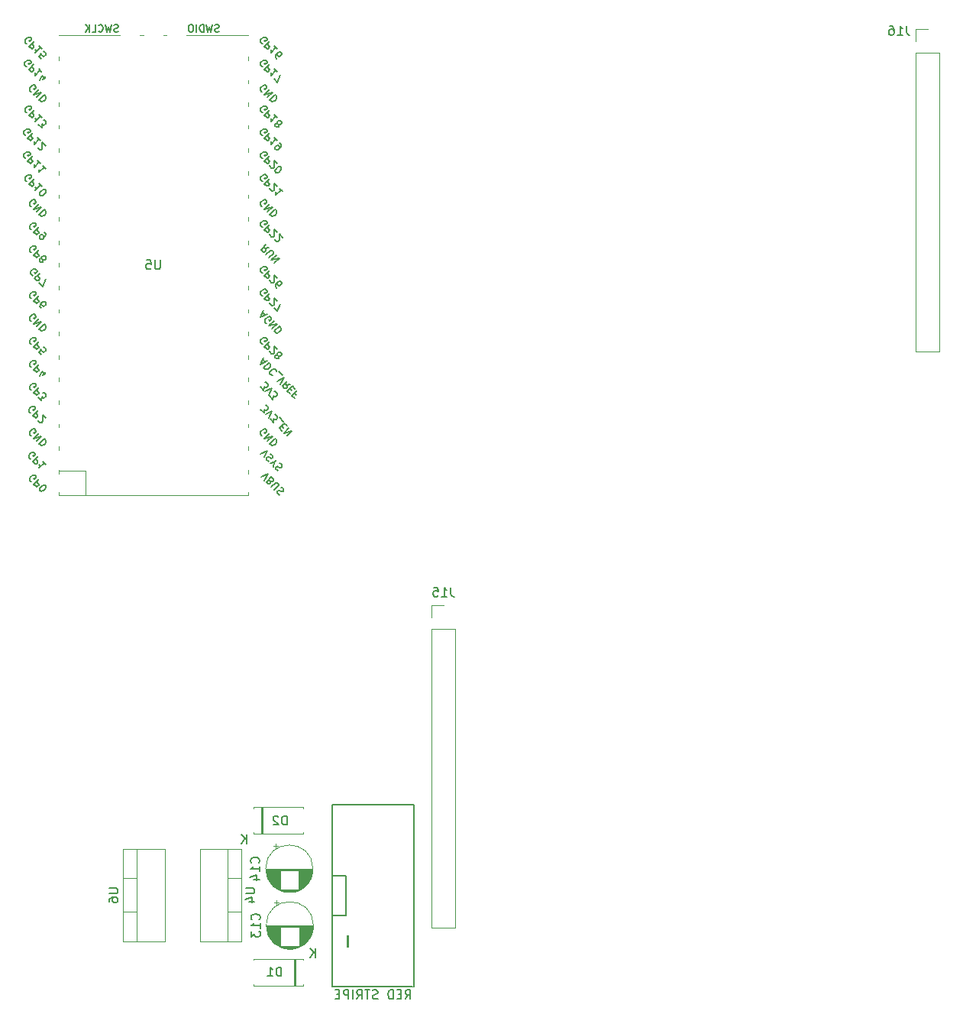
<source format=gbo>
G04 #@! TF.GenerationSoftware,KiCad,Pcbnew,(6.0.0-0)*
G04 #@! TF.CreationDate,2022-05-01T22:25:31-03:00*
G04 #@! TF.ProjectId,3lw_fp_and_bp_circuit,336c775f-6670-45f6-916e-645f62705f63,rev?*
G04 #@! TF.SameCoordinates,Original*
G04 #@! TF.FileFunction,Legend,Bot*
G04 #@! TF.FilePolarity,Positive*
%FSLAX46Y46*%
G04 Gerber Fmt 4.6, Leading zero omitted, Abs format (unit mm)*
G04 Created by KiCad (PCBNEW (6.0.0-0)) date 2022-05-01 22:25:31*
%MOMM*%
%LPD*%
G01*
G04 APERTURE LIST*
%ADD10C,0.150000*%
%ADD11C,0.120000*%
%ADD12C,0.203200*%
%ADD13C,1.600000*%
%ADD14O,1.600000X1.600000*%
%ADD15C,2.000000*%
%ADD16R,1.600000X1.600000*%
%ADD17R,1.500000X1.050000*%
%ADD18O,1.500000X1.050000*%
%ADD19R,1.700000X1.700000*%
%ADD20O,1.700000X1.700000*%
%ADD21R,2.000000X2.000000*%
%ADD22R,2.500000X3.000000*%
%ADD23R,1.050000X1.500000*%
%ADD24O,1.050000X1.500000*%
%ADD25C,2.082800*%
%ADD26O,1.800000X1.800000*%
%ADD27O,1.500000X1.500000*%
%ADD28R,3.500000X1.700000*%
%ADD29R,1.700000X3.500000*%
%ADD30R,2.000000X1.905000*%
%ADD31O,2.000000X1.905000*%
%ADD32R,2.200000X2.200000*%
%ADD33O,2.200000X2.200000*%
G04 APERTURE END LIST*
D10*
X60560851Y-119407818D02*
X60608470Y-119360199D01*
X60656089Y-119217342D01*
X60656089Y-119122104D01*
X60608470Y-118979247D01*
X60513232Y-118884009D01*
X60417994Y-118836390D01*
X60227518Y-118788771D01*
X60084661Y-118788771D01*
X59894185Y-118836390D01*
X59798947Y-118884009D01*
X59703709Y-118979247D01*
X59656089Y-119122104D01*
X59656089Y-119217342D01*
X59703709Y-119360199D01*
X59751328Y-119407818D01*
X60656089Y-120360199D02*
X60656089Y-119788771D01*
X60656089Y-120074485D02*
X59656089Y-120074485D01*
X59798947Y-119979247D01*
X59894185Y-119884009D01*
X59941804Y-119788771D01*
X59656089Y-120693533D02*
X59656089Y-121312580D01*
X60037042Y-120979247D01*
X60037042Y-121122104D01*
X60084661Y-121217342D01*
X60132280Y-121264961D01*
X60227518Y-121312580D01*
X60465613Y-121312580D01*
X60560851Y-121264961D01*
X60608470Y-121217342D01*
X60656089Y-121122104D01*
X60656089Y-120836390D01*
X60608470Y-120741152D01*
X60560851Y-120693533D01*
X76745337Y-128197580D02*
X77078670Y-127721390D01*
X77316766Y-128197580D02*
X77316766Y-127197580D01*
X76935813Y-127197580D01*
X76840575Y-127245200D01*
X76792956Y-127292819D01*
X76745337Y-127388057D01*
X76745337Y-127530914D01*
X76792956Y-127626152D01*
X76840575Y-127673771D01*
X76935813Y-127721390D01*
X77316766Y-127721390D01*
X76316766Y-127673771D02*
X75983432Y-127673771D01*
X75840575Y-128197580D02*
X76316766Y-128197580D01*
X76316766Y-127197580D01*
X75840575Y-127197580D01*
X75412004Y-128197580D02*
X75412004Y-127197580D01*
X75173909Y-127197580D01*
X75031051Y-127245200D01*
X74935813Y-127340438D01*
X74888194Y-127435676D01*
X74840575Y-127626152D01*
X74840575Y-127769009D01*
X74888194Y-127959485D01*
X74935813Y-128054723D01*
X75031051Y-128149961D01*
X75173909Y-128197580D01*
X75412004Y-128197580D01*
X73697718Y-128149961D02*
X73554861Y-128197580D01*
X73316766Y-128197580D01*
X73221528Y-128149961D01*
X73173908Y-128102342D01*
X73126289Y-128007104D01*
X73126289Y-127911866D01*
X73173908Y-127816628D01*
X73221528Y-127769009D01*
X73316766Y-127721390D01*
X73507242Y-127673771D01*
X73602480Y-127626152D01*
X73650099Y-127578533D01*
X73697718Y-127483295D01*
X73697718Y-127388057D01*
X73650099Y-127292819D01*
X73602480Y-127245200D01*
X73507242Y-127197580D01*
X73269147Y-127197580D01*
X73126289Y-127245200D01*
X72840575Y-127197580D02*
X72269147Y-127197580D01*
X72554861Y-128197580D02*
X72554861Y-127197580D01*
X71364385Y-128197580D02*
X71697718Y-127721390D01*
X71935813Y-128197580D02*
X71935813Y-127197580D01*
X71554861Y-127197580D01*
X71459623Y-127245200D01*
X71412004Y-127292819D01*
X71364385Y-127388057D01*
X71364385Y-127530914D01*
X71412004Y-127626152D01*
X71459623Y-127673771D01*
X71554861Y-127721390D01*
X71935813Y-127721390D01*
X70935813Y-128197580D02*
X70935813Y-127197580D01*
X70459623Y-128197580D02*
X70459623Y-127197580D01*
X70078670Y-127197580D01*
X69983432Y-127245200D01*
X69935813Y-127292819D01*
X69888194Y-127388057D01*
X69888194Y-127530914D01*
X69935813Y-127626152D01*
X69983432Y-127673771D01*
X70078670Y-127721390D01*
X70459623Y-127721390D01*
X69459623Y-127673771D02*
X69126289Y-127673771D01*
X68983432Y-128197580D02*
X69459623Y-128197580D01*
X69459623Y-127197580D01*
X68983432Y-127197580D01*
X49577213Y-46338580D02*
X49577213Y-47148104D01*
X49529594Y-47243342D01*
X49481975Y-47290961D01*
X49386737Y-47338580D01*
X49196261Y-47338580D01*
X49101023Y-47290961D01*
X49053404Y-47243342D01*
X49005785Y-47148104D01*
X49005785Y-46338580D01*
X48053404Y-46338580D02*
X48529594Y-46338580D01*
X48577213Y-46814771D01*
X48529594Y-46767152D01*
X48434356Y-46719533D01*
X48196261Y-46719533D01*
X48101023Y-46767152D01*
X48053404Y-46814771D01*
X48005785Y-46910009D01*
X48005785Y-47148104D01*
X48053404Y-47243342D01*
X48101023Y-47290961D01*
X48196261Y-47338580D01*
X48434356Y-47338580D01*
X48529594Y-47290961D01*
X48577213Y-47243342D01*
X60737440Y-62927891D02*
X61087626Y-63278077D01*
X61114564Y-62874016D01*
X61195376Y-62954829D01*
X61276188Y-62981766D01*
X61330063Y-62981766D01*
X61410875Y-62954829D01*
X61545562Y-62820142D01*
X61572499Y-62739329D01*
X61572499Y-62685455D01*
X61545562Y-62604642D01*
X61383938Y-62443018D01*
X61303125Y-62416081D01*
X61249251Y-62416081D01*
X61249251Y-63439702D02*
X62003498Y-63062578D01*
X61626374Y-63816825D01*
X61761061Y-63951512D02*
X62111247Y-64301699D01*
X62138185Y-63897638D01*
X62218997Y-63978450D01*
X62299809Y-64005387D01*
X62353684Y-64005387D01*
X62434496Y-63978450D01*
X62569183Y-63843763D01*
X62596121Y-63762951D01*
X62596121Y-63709076D01*
X62569183Y-63628264D01*
X62407559Y-63466639D01*
X62326747Y-63439702D01*
X62272872Y-63439702D01*
X62838557Y-63789888D02*
X63269556Y-64220887D01*
X63054057Y-64705760D02*
X63242618Y-64894322D01*
X63619742Y-64678822D02*
X63350368Y-64409448D01*
X62784683Y-64975134D01*
X63054057Y-65244508D01*
X63862179Y-64921259D02*
X63296493Y-65486944D01*
X64185427Y-65244508D01*
X63619742Y-65810193D01*
X35328405Y-55654981D02*
X35247593Y-55628044D01*
X35166780Y-55547232D01*
X35112906Y-55439482D01*
X35112906Y-55331732D01*
X35139843Y-55250920D01*
X35220655Y-55116233D01*
X35301467Y-55035421D01*
X35436154Y-54954609D01*
X35516967Y-54927671D01*
X35624716Y-54927671D01*
X35732466Y-54981546D01*
X35786341Y-55035421D01*
X35840215Y-55143171D01*
X35840215Y-55197045D01*
X35651654Y-55385607D01*
X35543904Y-55277858D01*
X36136527Y-55385607D02*
X35570841Y-55951293D01*
X35786341Y-56166792D01*
X35867153Y-56193729D01*
X35921028Y-56193729D01*
X36001840Y-56166792D01*
X36082652Y-56085980D01*
X36109589Y-56005167D01*
X36109589Y-55951293D01*
X36082652Y-55870480D01*
X35867153Y-55654981D01*
X36405901Y-56786352D02*
X36136527Y-56516978D01*
X36378963Y-56220667D01*
X36378963Y-56274541D01*
X36405901Y-56355354D01*
X36540588Y-56490041D01*
X36621400Y-56516978D01*
X36675275Y-56516978D01*
X36756087Y-56490041D01*
X36890774Y-56355354D01*
X36917711Y-56274541D01*
X36917711Y-56220667D01*
X36890774Y-56139854D01*
X36756087Y-56005167D01*
X36675275Y-55978230D01*
X36621400Y-55978230D01*
X60913031Y-29985607D02*
X60832219Y-29958670D01*
X60751406Y-29877858D01*
X60697532Y-29770108D01*
X60697532Y-29662358D01*
X60724469Y-29581546D01*
X60805281Y-29446859D01*
X60886093Y-29366047D01*
X61020780Y-29285235D01*
X61101593Y-29258297D01*
X61209342Y-29258297D01*
X61317092Y-29312172D01*
X61370967Y-29366047D01*
X61424841Y-29473797D01*
X61424841Y-29527671D01*
X61236280Y-29716233D01*
X61128530Y-29608484D01*
X61721153Y-29716233D02*
X61155467Y-30281919D01*
X61370967Y-30497418D01*
X61451779Y-30524355D01*
X61505654Y-30524355D01*
X61586466Y-30497418D01*
X61667278Y-30416606D01*
X61694215Y-30335793D01*
X61694215Y-30281919D01*
X61667278Y-30201106D01*
X61451779Y-29985607D01*
X62583150Y-30578230D02*
X62259901Y-30254981D01*
X62421525Y-30416606D02*
X61855840Y-30982291D01*
X61882777Y-30847604D01*
X61882777Y-30739854D01*
X61855840Y-30659042D01*
X62583150Y-31224728D02*
X62502337Y-31197790D01*
X62448463Y-31197790D01*
X62367650Y-31224728D01*
X62340713Y-31251665D01*
X62313776Y-31332477D01*
X62313776Y-31386352D01*
X62340713Y-31467164D01*
X62448463Y-31574914D01*
X62529275Y-31601851D01*
X62583150Y-31601851D01*
X62663962Y-31574914D01*
X62690899Y-31547976D01*
X62717837Y-31467164D01*
X62717837Y-31413289D01*
X62690899Y-31332477D01*
X62583150Y-31224728D01*
X62556212Y-31143915D01*
X62556212Y-31090041D01*
X62583150Y-31009228D01*
X62690899Y-30901479D01*
X62771711Y-30874541D01*
X62825586Y-30874541D01*
X62906398Y-30901479D01*
X63014148Y-31009228D01*
X63041085Y-31090041D01*
X63041085Y-31143915D01*
X63014148Y-31224728D01*
X62906398Y-31332477D01*
X62825586Y-31359415D01*
X62771711Y-31359415D01*
X62690899Y-31332477D01*
X35328405Y-60734981D02*
X35247593Y-60708044D01*
X35166780Y-60627232D01*
X35112906Y-60519482D01*
X35112906Y-60411732D01*
X35139843Y-60330920D01*
X35220655Y-60196233D01*
X35301467Y-60115421D01*
X35436154Y-60034609D01*
X35516967Y-60007671D01*
X35624716Y-60007671D01*
X35732466Y-60061546D01*
X35786341Y-60115421D01*
X35840215Y-60223171D01*
X35840215Y-60277045D01*
X35651654Y-60465607D01*
X35543904Y-60357858D01*
X36136527Y-60465607D02*
X35570841Y-61031293D01*
X35786341Y-61246792D01*
X35867153Y-61273729D01*
X35921028Y-61273729D01*
X36001840Y-61246792D01*
X36082652Y-61165980D01*
X36109589Y-61085167D01*
X36109589Y-61031293D01*
X36082652Y-60950480D01*
X35867153Y-60734981D01*
X36082652Y-61543103D02*
X36432838Y-61893289D01*
X36459776Y-61489228D01*
X36540588Y-61570041D01*
X36621400Y-61596978D01*
X36675275Y-61596978D01*
X36756087Y-61570041D01*
X36890774Y-61435354D01*
X36917711Y-61354541D01*
X36917711Y-61300667D01*
X36890774Y-61219854D01*
X36729150Y-61058230D01*
X36648337Y-61031293D01*
X36594463Y-61031293D01*
X34659031Y-32525607D02*
X34578219Y-32498670D01*
X34497406Y-32417858D01*
X34443532Y-32310108D01*
X34443532Y-32202358D01*
X34470469Y-32121546D01*
X34551281Y-31986859D01*
X34632093Y-31906047D01*
X34766780Y-31825235D01*
X34847593Y-31798297D01*
X34955342Y-31798297D01*
X35063092Y-31852172D01*
X35116967Y-31906047D01*
X35170841Y-32013797D01*
X35170841Y-32067671D01*
X34982280Y-32256233D01*
X34874530Y-32148484D01*
X35467153Y-32256233D02*
X34901467Y-32821919D01*
X35116967Y-33037418D01*
X35197779Y-33064355D01*
X35251654Y-33064355D01*
X35332466Y-33037418D01*
X35413278Y-32956606D01*
X35440215Y-32875793D01*
X35440215Y-32821919D01*
X35413278Y-32741106D01*
X35197779Y-32525607D01*
X36329150Y-33118230D02*
X36005901Y-32794981D01*
X36167525Y-32956606D02*
X35601840Y-33522291D01*
X35628777Y-33387604D01*
X35628777Y-33279854D01*
X35601840Y-33199042D01*
X36032838Y-33845540D02*
X36032838Y-33899415D01*
X36059776Y-33980227D01*
X36194463Y-34114914D01*
X36275275Y-34141851D01*
X36329150Y-34141851D01*
X36409962Y-34114914D01*
X36463837Y-34061039D01*
X36517711Y-33953289D01*
X36517711Y-33306792D01*
X36867898Y-33656978D01*
X60913031Y-22365607D02*
X60832219Y-22338670D01*
X60751406Y-22257858D01*
X60697532Y-22150108D01*
X60697532Y-22042358D01*
X60724469Y-21961546D01*
X60805281Y-21826859D01*
X60886093Y-21746047D01*
X61020780Y-21665235D01*
X61101593Y-21638297D01*
X61209342Y-21638297D01*
X61317092Y-21692172D01*
X61370967Y-21746047D01*
X61424841Y-21853797D01*
X61424841Y-21907671D01*
X61236280Y-22096233D01*
X61128530Y-21988484D01*
X61721153Y-22096233D02*
X61155467Y-22661919D01*
X61370967Y-22877418D01*
X61451779Y-22904355D01*
X61505654Y-22904355D01*
X61586466Y-22877418D01*
X61667278Y-22796606D01*
X61694215Y-22715793D01*
X61694215Y-22661919D01*
X61667278Y-22581106D01*
X61451779Y-22365607D01*
X62583150Y-22958230D02*
X62259901Y-22634981D01*
X62421525Y-22796606D02*
X61855840Y-23362291D01*
X61882777Y-23227604D01*
X61882777Y-23119854D01*
X61855840Y-23039042D01*
X62502337Y-24008789D02*
X62394588Y-23901039D01*
X62367650Y-23820227D01*
X62367650Y-23766352D01*
X62394588Y-23631665D01*
X62475400Y-23496978D01*
X62690899Y-23281479D01*
X62771711Y-23254541D01*
X62825586Y-23254541D01*
X62906398Y-23281479D01*
X63014148Y-23389228D01*
X63041085Y-23470041D01*
X63041085Y-23523915D01*
X63014148Y-23604728D01*
X62879461Y-23739415D01*
X62798649Y-23766352D01*
X62744774Y-23766352D01*
X62663962Y-23739415D01*
X62556212Y-23631665D01*
X62529275Y-23550853D01*
X62529275Y-23496978D01*
X62556212Y-23416166D01*
X35301467Y-53088044D02*
X35220655Y-53061106D01*
X35139843Y-52980294D01*
X35085968Y-52872545D01*
X35085968Y-52764795D01*
X35112906Y-52683983D01*
X35193718Y-52549296D01*
X35274530Y-52468484D01*
X35409217Y-52387671D01*
X35490029Y-52360734D01*
X35597779Y-52360734D01*
X35705528Y-52414609D01*
X35759403Y-52468484D01*
X35813278Y-52576233D01*
X35813278Y-52630108D01*
X35624716Y-52818670D01*
X35516967Y-52710920D01*
X36109589Y-52818670D02*
X35543904Y-53384355D01*
X36432838Y-53141919D01*
X35867153Y-53707604D01*
X36702212Y-53411293D02*
X36136527Y-53976978D01*
X36271214Y-54111665D01*
X36378963Y-54165540D01*
X36486713Y-54165540D01*
X36567525Y-54138602D01*
X36702212Y-54057790D01*
X36783024Y-53976978D01*
X36863837Y-53842291D01*
X36890774Y-53761479D01*
X36890774Y-53653729D01*
X36836899Y-53545980D01*
X36702212Y-53411293D01*
X35328405Y-42954981D02*
X35247593Y-42928044D01*
X35166780Y-42847232D01*
X35112906Y-42739482D01*
X35112906Y-42631732D01*
X35139843Y-42550920D01*
X35220655Y-42416233D01*
X35301467Y-42335421D01*
X35436154Y-42254609D01*
X35516967Y-42227671D01*
X35624716Y-42227671D01*
X35732466Y-42281546D01*
X35786341Y-42335421D01*
X35840215Y-42443171D01*
X35840215Y-42497045D01*
X35651654Y-42685607D01*
X35543904Y-42577858D01*
X36136527Y-42685607D02*
X35570841Y-43251293D01*
X35786341Y-43466792D01*
X35867153Y-43493729D01*
X35921028Y-43493729D01*
X36001840Y-43466792D01*
X36082652Y-43385980D01*
X36109589Y-43305167D01*
X36109589Y-43251293D01*
X36082652Y-43170480D01*
X35867153Y-42954981D01*
X36729150Y-43278230D02*
X36836899Y-43385980D01*
X36863837Y-43466792D01*
X36863837Y-43520667D01*
X36836899Y-43655354D01*
X36756087Y-43790041D01*
X36540588Y-44005540D01*
X36459776Y-44032477D01*
X36405901Y-44032477D01*
X36325089Y-44005540D01*
X36217339Y-43897790D01*
X36190402Y-43816978D01*
X36190402Y-43763103D01*
X36217339Y-43682291D01*
X36352026Y-43547604D01*
X36432838Y-43520667D01*
X36486713Y-43520667D01*
X36567525Y-43547604D01*
X36675275Y-43655354D01*
X36702212Y-43736166D01*
X36702212Y-43790041D01*
X36675275Y-43870853D01*
X60913031Y-55639607D02*
X60832219Y-55612670D01*
X60751406Y-55531858D01*
X60697532Y-55424108D01*
X60697532Y-55316358D01*
X60724469Y-55235546D01*
X60805281Y-55100859D01*
X60886093Y-55020047D01*
X61020780Y-54939235D01*
X61101593Y-54912297D01*
X61209342Y-54912297D01*
X61317092Y-54966172D01*
X61370967Y-55020047D01*
X61424841Y-55127797D01*
X61424841Y-55181671D01*
X61236280Y-55370233D01*
X61128530Y-55262484D01*
X61721153Y-55370233D02*
X61155467Y-55935919D01*
X61370967Y-56151418D01*
X61451779Y-56178355D01*
X61505654Y-56178355D01*
X61586466Y-56151418D01*
X61667278Y-56070606D01*
X61694215Y-55989793D01*
X61694215Y-55935919D01*
X61667278Y-55855106D01*
X61451779Y-55639607D01*
X61748090Y-56420792D02*
X61748090Y-56474667D01*
X61775028Y-56555479D01*
X61909715Y-56690166D01*
X61990527Y-56717103D01*
X62044402Y-56717103D01*
X62125214Y-56690166D01*
X62179089Y-56636291D01*
X62232963Y-56528541D01*
X62232963Y-55882044D01*
X62583150Y-56232230D01*
X62583150Y-56878728D02*
X62502337Y-56851790D01*
X62448463Y-56851790D01*
X62367650Y-56878728D01*
X62340713Y-56905665D01*
X62313776Y-56986477D01*
X62313776Y-57040352D01*
X62340713Y-57121164D01*
X62448463Y-57228914D01*
X62529275Y-57255851D01*
X62583150Y-57255851D01*
X62663962Y-57228914D01*
X62690899Y-57201976D01*
X62717837Y-57121164D01*
X62717837Y-57067289D01*
X62690899Y-56986477D01*
X62583150Y-56878728D01*
X62556212Y-56797915D01*
X62556212Y-56744041D01*
X62583150Y-56663228D01*
X62690899Y-56555479D01*
X62771711Y-56528541D01*
X62825586Y-56528541D01*
X62906398Y-56555479D01*
X63014148Y-56663228D01*
X63041085Y-56744041D01*
X63041085Y-56797915D01*
X63014148Y-56878728D01*
X62906398Y-56986477D01*
X62825586Y-57013415D01*
X62771711Y-57013415D01*
X62690899Y-56986477D01*
X34805031Y-22365607D02*
X34724219Y-22338670D01*
X34643406Y-22257858D01*
X34589532Y-22150108D01*
X34589532Y-22042358D01*
X34616469Y-21961546D01*
X34697281Y-21826859D01*
X34778093Y-21746047D01*
X34912780Y-21665235D01*
X34993593Y-21638297D01*
X35101342Y-21638297D01*
X35209092Y-21692172D01*
X35262967Y-21746047D01*
X35316841Y-21853797D01*
X35316841Y-21907671D01*
X35128280Y-22096233D01*
X35020530Y-21988484D01*
X35613153Y-22096233D02*
X35047467Y-22661919D01*
X35262967Y-22877418D01*
X35343779Y-22904355D01*
X35397654Y-22904355D01*
X35478466Y-22877418D01*
X35559278Y-22796606D01*
X35586215Y-22715793D01*
X35586215Y-22661919D01*
X35559278Y-22581106D01*
X35343779Y-22365607D01*
X36475150Y-22958230D02*
X36151901Y-22634981D01*
X36313525Y-22796606D02*
X35747840Y-23362291D01*
X35774777Y-23227604D01*
X35774777Y-23119854D01*
X35747840Y-23039042D01*
X36421275Y-24035726D02*
X36151901Y-23766352D01*
X36394337Y-23470041D01*
X36394337Y-23523915D01*
X36421275Y-23604728D01*
X36555962Y-23739415D01*
X36636774Y-23766352D01*
X36690649Y-23766352D01*
X36771461Y-23739415D01*
X36906148Y-23604728D01*
X36933085Y-23523915D01*
X36933085Y-23470041D01*
X36906148Y-23389228D01*
X36771461Y-23254541D01*
X36690649Y-23227604D01*
X36636774Y-23227604D01*
X34759031Y-24905607D02*
X34678219Y-24878670D01*
X34597406Y-24797858D01*
X34543532Y-24690108D01*
X34543532Y-24582358D01*
X34570469Y-24501546D01*
X34651281Y-24366859D01*
X34732093Y-24286047D01*
X34866780Y-24205235D01*
X34947593Y-24178297D01*
X35055342Y-24178297D01*
X35163092Y-24232172D01*
X35216967Y-24286047D01*
X35270841Y-24393797D01*
X35270841Y-24447671D01*
X35082280Y-24636233D01*
X34974530Y-24528484D01*
X35567153Y-24636233D02*
X35001467Y-25201919D01*
X35216967Y-25417418D01*
X35297779Y-25444355D01*
X35351654Y-25444355D01*
X35432466Y-25417418D01*
X35513278Y-25336606D01*
X35540215Y-25255793D01*
X35540215Y-25201919D01*
X35513278Y-25121106D01*
X35297779Y-24905607D01*
X36429150Y-25498230D02*
X36105901Y-25174981D01*
X36267525Y-25336606D02*
X35701840Y-25902291D01*
X35728777Y-25767604D01*
X35728777Y-25659854D01*
X35701840Y-25579042D01*
X36536899Y-26360227D02*
X36914023Y-25983103D01*
X36186713Y-26441039D02*
X36456087Y-25902291D01*
X36806273Y-26252477D01*
X60913031Y-50295607D02*
X60832219Y-50268670D01*
X60751406Y-50187858D01*
X60697532Y-50080108D01*
X60697532Y-49972358D01*
X60724469Y-49891546D01*
X60805281Y-49756859D01*
X60886093Y-49676047D01*
X61020780Y-49595235D01*
X61101593Y-49568297D01*
X61209342Y-49568297D01*
X61317092Y-49622172D01*
X61370967Y-49676047D01*
X61424841Y-49783797D01*
X61424841Y-49837671D01*
X61236280Y-50026233D01*
X61128530Y-49918484D01*
X61721153Y-50026233D02*
X61155467Y-50591919D01*
X61370967Y-50807418D01*
X61451779Y-50834355D01*
X61505654Y-50834355D01*
X61586466Y-50807418D01*
X61667278Y-50726606D01*
X61694215Y-50645793D01*
X61694215Y-50591919D01*
X61667278Y-50511106D01*
X61451779Y-50295607D01*
X61748090Y-51076792D02*
X61748090Y-51130667D01*
X61775028Y-51211479D01*
X61909715Y-51346166D01*
X61990527Y-51373103D01*
X62044402Y-51373103D01*
X62125214Y-51346166D01*
X62179089Y-51292291D01*
X62232963Y-51184541D01*
X62232963Y-50538044D01*
X62583150Y-50888230D01*
X62206026Y-51642477D02*
X62583150Y-52019601D01*
X62906398Y-51211479D01*
X60901467Y-40388044D02*
X60820655Y-40361106D01*
X60739843Y-40280294D01*
X60685968Y-40172545D01*
X60685968Y-40064795D01*
X60712906Y-39983983D01*
X60793718Y-39849296D01*
X60874530Y-39768484D01*
X61009217Y-39687671D01*
X61090029Y-39660734D01*
X61197779Y-39660734D01*
X61305528Y-39714609D01*
X61359403Y-39768484D01*
X61413278Y-39876233D01*
X61413278Y-39930108D01*
X61224716Y-40118670D01*
X61116967Y-40010920D01*
X61709589Y-40118670D02*
X61143904Y-40684355D01*
X62032838Y-40441919D01*
X61467153Y-41007604D01*
X62302212Y-40711293D02*
X61736527Y-41276978D01*
X61871214Y-41411665D01*
X61978963Y-41465540D01*
X62086713Y-41465540D01*
X62167525Y-41438602D01*
X62302212Y-41357790D01*
X62383024Y-41276978D01*
X62463837Y-41142291D01*
X62490774Y-41061479D01*
X62490774Y-40953729D01*
X62436899Y-40845980D01*
X62302212Y-40711293D01*
X35301467Y-27688044D02*
X35220655Y-27661106D01*
X35139843Y-27580294D01*
X35085968Y-27472545D01*
X35085968Y-27364795D01*
X35112906Y-27283983D01*
X35193718Y-27149296D01*
X35274530Y-27068484D01*
X35409217Y-26987671D01*
X35490029Y-26960734D01*
X35597779Y-26960734D01*
X35705528Y-27014609D01*
X35759403Y-27068484D01*
X35813278Y-27176233D01*
X35813278Y-27230108D01*
X35624716Y-27418670D01*
X35516967Y-27310920D01*
X36109589Y-27418670D02*
X35543904Y-27984355D01*
X36432838Y-27741919D01*
X35867153Y-28307604D01*
X36702212Y-28011293D02*
X36136527Y-28576978D01*
X36271214Y-28711665D01*
X36378963Y-28765540D01*
X36486713Y-28765540D01*
X36567525Y-28738602D01*
X36702212Y-28657790D01*
X36783024Y-28576978D01*
X36863837Y-28442291D01*
X36890774Y-28361479D01*
X36890774Y-28253729D01*
X36836899Y-28145980D01*
X36702212Y-28011293D01*
X60913031Y-35065607D02*
X60832219Y-35038670D01*
X60751406Y-34957858D01*
X60697532Y-34850108D01*
X60697532Y-34742358D01*
X60724469Y-34661546D01*
X60805281Y-34526859D01*
X60886093Y-34446047D01*
X61020780Y-34365235D01*
X61101593Y-34338297D01*
X61209342Y-34338297D01*
X61317092Y-34392172D01*
X61370967Y-34446047D01*
X61424841Y-34553797D01*
X61424841Y-34607671D01*
X61236280Y-34796233D01*
X61128530Y-34688484D01*
X61721153Y-34796233D02*
X61155467Y-35361919D01*
X61370967Y-35577418D01*
X61451779Y-35604355D01*
X61505654Y-35604355D01*
X61586466Y-35577418D01*
X61667278Y-35496606D01*
X61694215Y-35415793D01*
X61694215Y-35361919D01*
X61667278Y-35281106D01*
X61451779Y-35065607D01*
X61748090Y-35846792D02*
X61748090Y-35900667D01*
X61775028Y-35981479D01*
X61909715Y-36116166D01*
X61990527Y-36143103D01*
X62044402Y-36143103D01*
X62125214Y-36116166D01*
X62179089Y-36062291D01*
X62232963Y-35954541D01*
X62232963Y-35308044D01*
X62583150Y-35658230D01*
X62367650Y-36574102D02*
X62421525Y-36627976D01*
X62502337Y-36654914D01*
X62556212Y-36654914D01*
X62637024Y-36627976D01*
X62771711Y-36547164D01*
X62906398Y-36412477D01*
X62987211Y-36277790D01*
X63014148Y-36196978D01*
X63014148Y-36143103D01*
X62987211Y-36062291D01*
X62933336Y-36008416D01*
X62852524Y-35981479D01*
X62798649Y-35981479D01*
X62717837Y-36008416D01*
X62583150Y-36089228D01*
X62448463Y-36223915D01*
X62367650Y-36358602D01*
X62340713Y-36439415D01*
X62340713Y-36493289D01*
X62367650Y-36574102D01*
X35328405Y-70894981D02*
X35247593Y-70868044D01*
X35166780Y-70787232D01*
X35112906Y-70679482D01*
X35112906Y-70571732D01*
X35139843Y-70490920D01*
X35220655Y-70356233D01*
X35301467Y-70275421D01*
X35436154Y-70194609D01*
X35516967Y-70167671D01*
X35624716Y-70167671D01*
X35732466Y-70221546D01*
X35786341Y-70275421D01*
X35840215Y-70383171D01*
X35840215Y-70437045D01*
X35651654Y-70625607D01*
X35543904Y-70517858D01*
X36136527Y-70625607D02*
X35570841Y-71191293D01*
X35786341Y-71406792D01*
X35867153Y-71433729D01*
X35921028Y-71433729D01*
X36001840Y-71406792D01*
X36082652Y-71325980D01*
X36109589Y-71245167D01*
X36109589Y-71191293D01*
X36082652Y-71110480D01*
X35867153Y-70894981D01*
X36244276Y-71864728D02*
X36298151Y-71918602D01*
X36378963Y-71945540D01*
X36432838Y-71945540D01*
X36513650Y-71918602D01*
X36648337Y-71837790D01*
X36783024Y-71703103D01*
X36863837Y-71568416D01*
X36890774Y-71487604D01*
X36890774Y-71433729D01*
X36863837Y-71352917D01*
X36809962Y-71299042D01*
X36729150Y-71272105D01*
X36675275Y-71272105D01*
X36594463Y-71299042D01*
X36459776Y-71379854D01*
X36325089Y-71514541D01*
X36244276Y-71649228D01*
X36217339Y-71730041D01*
X36217339Y-71783915D01*
X36244276Y-71864728D01*
X35428405Y-48064981D02*
X35347593Y-48038044D01*
X35266780Y-47957232D01*
X35212906Y-47849482D01*
X35212906Y-47741732D01*
X35239843Y-47660920D01*
X35320655Y-47526233D01*
X35401467Y-47445421D01*
X35536154Y-47364609D01*
X35616967Y-47337671D01*
X35724716Y-47337671D01*
X35832466Y-47391546D01*
X35886341Y-47445421D01*
X35940215Y-47553171D01*
X35940215Y-47607045D01*
X35751654Y-47795607D01*
X35643904Y-47687858D01*
X36236527Y-47795607D02*
X35670841Y-48361293D01*
X35886341Y-48576792D01*
X35967153Y-48603729D01*
X36021028Y-48603729D01*
X36101840Y-48576792D01*
X36182652Y-48495980D01*
X36209589Y-48415167D01*
X36209589Y-48361293D01*
X36182652Y-48280480D01*
X35967153Y-48064981D01*
X36182652Y-48873103D02*
X36559776Y-49250227D01*
X36883024Y-48442105D01*
X60913031Y-37595607D02*
X60832219Y-37568670D01*
X60751406Y-37487858D01*
X60697532Y-37380108D01*
X60697532Y-37272358D01*
X60724469Y-37191546D01*
X60805281Y-37056859D01*
X60886093Y-36976047D01*
X61020780Y-36895235D01*
X61101593Y-36868297D01*
X61209342Y-36868297D01*
X61317092Y-36922172D01*
X61370967Y-36976047D01*
X61424841Y-37083797D01*
X61424841Y-37137671D01*
X61236280Y-37326233D01*
X61128530Y-37218484D01*
X61721153Y-37326233D02*
X61155467Y-37891919D01*
X61370967Y-38107418D01*
X61451779Y-38134355D01*
X61505654Y-38134355D01*
X61586466Y-38107418D01*
X61667278Y-38026606D01*
X61694215Y-37945793D01*
X61694215Y-37891919D01*
X61667278Y-37811106D01*
X61451779Y-37595607D01*
X61748090Y-38376792D02*
X61748090Y-38430667D01*
X61775028Y-38511479D01*
X61909715Y-38646166D01*
X61990527Y-38673103D01*
X62044402Y-38673103D01*
X62125214Y-38646166D01*
X62179089Y-38592291D01*
X62232963Y-38484541D01*
X62232963Y-37838044D01*
X62583150Y-38188230D01*
X63121898Y-38726978D02*
X62798649Y-38403729D01*
X62960273Y-38565354D02*
X62394588Y-39131039D01*
X62421525Y-38996352D01*
X62421525Y-38888602D01*
X62394588Y-38807790D01*
X35328405Y-58194981D02*
X35247593Y-58168044D01*
X35166780Y-58087232D01*
X35112906Y-57979482D01*
X35112906Y-57871732D01*
X35139843Y-57790920D01*
X35220655Y-57656233D01*
X35301467Y-57575421D01*
X35436154Y-57494609D01*
X35516967Y-57467671D01*
X35624716Y-57467671D01*
X35732466Y-57521546D01*
X35786341Y-57575421D01*
X35840215Y-57683171D01*
X35840215Y-57737045D01*
X35651654Y-57925607D01*
X35543904Y-57817858D01*
X36136527Y-57925607D02*
X35570841Y-58491293D01*
X35786341Y-58706792D01*
X35867153Y-58733729D01*
X35921028Y-58733729D01*
X36001840Y-58706792D01*
X36082652Y-58625980D01*
X36109589Y-58545167D01*
X36109589Y-58491293D01*
X36082652Y-58410480D01*
X35867153Y-58194981D01*
X36567525Y-59110853D02*
X36944649Y-58733729D01*
X36217339Y-59191665D02*
X36486713Y-58652917D01*
X36836899Y-59003103D01*
X35328405Y-50574981D02*
X35247593Y-50548044D01*
X35166780Y-50467232D01*
X35112906Y-50359482D01*
X35112906Y-50251732D01*
X35139843Y-50170920D01*
X35220655Y-50036233D01*
X35301467Y-49955421D01*
X35436154Y-49874609D01*
X35516967Y-49847671D01*
X35624716Y-49847671D01*
X35732466Y-49901546D01*
X35786341Y-49955421D01*
X35840215Y-50063171D01*
X35840215Y-50117045D01*
X35651654Y-50305607D01*
X35543904Y-50197858D01*
X36136527Y-50305607D02*
X35570841Y-50871293D01*
X35786341Y-51086792D01*
X35867153Y-51113729D01*
X35921028Y-51113729D01*
X36001840Y-51086792D01*
X36082652Y-51005980D01*
X36109589Y-50925167D01*
X36109589Y-50871293D01*
X36082652Y-50790480D01*
X35867153Y-50574981D01*
X36378963Y-51679415D02*
X36271214Y-51571665D01*
X36244276Y-51490853D01*
X36244276Y-51436978D01*
X36271214Y-51302291D01*
X36352026Y-51167604D01*
X36567525Y-50952105D01*
X36648337Y-50925167D01*
X36702212Y-50925167D01*
X36783024Y-50952105D01*
X36890774Y-51059854D01*
X36917711Y-51140667D01*
X36917711Y-51194541D01*
X36890774Y-51275354D01*
X36756087Y-51410041D01*
X36675275Y-51436978D01*
X36621400Y-51436978D01*
X36540588Y-51410041D01*
X36432838Y-51302291D01*
X36405901Y-51221479D01*
X36405901Y-51167604D01*
X36432838Y-51086792D01*
X34805031Y-37605607D02*
X34724219Y-37578670D01*
X34643406Y-37497858D01*
X34589532Y-37390108D01*
X34589532Y-37282358D01*
X34616469Y-37201546D01*
X34697281Y-37066859D01*
X34778093Y-36986047D01*
X34912780Y-36905235D01*
X34993593Y-36878297D01*
X35101342Y-36878297D01*
X35209092Y-36932172D01*
X35262967Y-36986047D01*
X35316841Y-37093797D01*
X35316841Y-37147671D01*
X35128280Y-37336233D01*
X35020530Y-37228484D01*
X35613153Y-37336233D02*
X35047467Y-37901919D01*
X35262967Y-38117418D01*
X35343779Y-38144355D01*
X35397654Y-38144355D01*
X35478466Y-38117418D01*
X35559278Y-38036606D01*
X35586215Y-37955793D01*
X35586215Y-37901919D01*
X35559278Y-37821106D01*
X35343779Y-37605607D01*
X36475150Y-38198230D02*
X36151901Y-37874981D01*
X36313525Y-38036606D02*
X35747840Y-38602291D01*
X35774777Y-38467604D01*
X35774777Y-38359854D01*
X35747840Y-38279042D01*
X36259650Y-39114102D02*
X36313525Y-39167976D01*
X36394337Y-39194914D01*
X36448212Y-39194914D01*
X36529024Y-39167976D01*
X36663711Y-39087164D01*
X36798398Y-38952477D01*
X36879211Y-38817790D01*
X36906148Y-38736978D01*
X36906148Y-38683103D01*
X36879211Y-38602291D01*
X36825336Y-38548416D01*
X36744524Y-38521479D01*
X36690649Y-38521479D01*
X36609837Y-38548416D01*
X36475150Y-38629228D01*
X36340463Y-38763915D01*
X36259650Y-38898602D01*
X36232713Y-38979415D01*
X36232713Y-39033289D01*
X36259650Y-39114102D01*
X44924832Y-21010009D02*
X44810547Y-21048104D01*
X44620070Y-21048104D01*
X44543880Y-21010009D01*
X44505785Y-20971914D01*
X44467689Y-20895723D01*
X44467689Y-20819533D01*
X44505785Y-20743342D01*
X44543880Y-20705247D01*
X44620070Y-20667152D01*
X44772451Y-20629057D01*
X44848642Y-20590961D01*
X44886737Y-20552866D01*
X44924832Y-20476676D01*
X44924832Y-20400485D01*
X44886737Y-20324295D01*
X44848642Y-20286200D01*
X44772451Y-20248104D01*
X44581975Y-20248104D01*
X44467689Y-20286200D01*
X44201023Y-20248104D02*
X44010547Y-21048104D01*
X43858166Y-20476676D01*
X43705785Y-21048104D01*
X43515309Y-20248104D01*
X42753404Y-20971914D02*
X42791499Y-21010009D01*
X42905785Y-21048104D01*
X42981975Y-21048104D01*
X43096261Y-21010009D01*
X43172451Y-20933819D01*
X43210547Y-20857628D01*
X43248642Y-20705247D01*
X43248642Y-20590961D01*
X43210547Y-20438580D01*
X43172451Y-20362390D01*
X43096261Y-20286200D01*
X42981975Y-20248104D01*
X42905785Y-20248104D01*
X42791499Y-20286200D01*
X42753404Y-20324295D01*
X42029594Y-21048104D02*
X42410547Y-21048104D01*
X42410547Y-20248104D01*
X41762928Y-21048104D02*
X41762928Y-20248104D01*
X41305785Y-21048104D02*
X41648642Y-20590961D01*
X41305785Y-20248104D02*
X41762928Y-20705247D01*
X35301467Y-40388044D02*
X35220655Y-40361106D01*
X35139843Y-40280294D01*
X35085968Y-40172545D01*
X35085968Y-40064795D01*
X35112906Y-39983983D01*
X35193718Y-39849296D01*
X35274530Y-39768484D01*
X35409217Y-39687671D01*
X35490029Y-39660734D01*
X35597779Y-39660734D01*
X35705528Y-39714609D01*
X35759403Y-39768484D01*
X35813278Y-39876233D01*
X35813278Y-39930108D01*
X35624716Y-40118670D01*
X35516967Y-40010920D01*
X36109589Y-40118670D02*
X35543904Y-40684355D01*
X36432838Y-40441919D01*
X35867153Y-41007604D01*
X36702212Y-40711293D02*
X36136527Y-41276978D01*
X36271214Y-41411665D01*
X36378963Y-41465540D01*
X36486713Y-41465540D01*
X36567525Y-41438602D01*
X36702212Y-41357790D01*
X36783024Y-41276978D01*
X36863837Y-41142291D01*
X36890774Y-41061479D01*
X36890774Y-40953729D01*
X36836899Y-40845980D01*
X36702212Y-40711293D01*
X60913031Y-47765607D02*
X60832219Y-47738670D01*
X60751406Y-47657858D01*
X60697532Y-47550108D01*
X60697532Y-47442358D01*
X60724469Y-47361546D01*
X60805281Y-47226859D01*
X60886093Y-47146047D01*
X61020780Y-47065235D01*
X61101593Y-47038297D01*
X61209342Y-47038297D01*
X61317092Y-47092172D01*
X61370967Y-47146047D01*
X61424841Y-47253797D01*
X61424841Y-47307671D01*
X61236280Y-47496233D01*
X61128530Y-47388484D01*
X61721153Y-47496233D02*
X61155467Y-48061919D01*
X61370967Y-48277418D01*
X61451779Y-48304355D01*
X61505654Y-48304355D01*
X61586466Y-48277418D01*
X61667278Y-48196606D01*
X61694215Y-48115793D01*
X61694215Y-48061919D01*
X61667278Y-47981106D01*
X61451779Y-47765607D01*
X61748090Y-48546792D02*
X61748090Y-48600667D01*
X61775028Y-48681479D01*
X61909715Y-48816166D01*
X61990527Y-48843103D01*
X62044402Y-48843103D01*
X62125214Y-48816166D01*
X62179089Y-48762291D01*
X62232963Y-48654541D01*
X62232963Y-48008044D01*
X62583150Y-48358230D01*
X62502337Y-49408789D02*
X62394588Y-49301039D01*
X62367650Y-49220227D01*
X62367650Y-49166352D01*
X62394588Y-49031665D01*
X62475400Y-48896978D01*
X62690899Y-48681479D01*
X62771711Y-48654541D01*
X62825586Y-48654541D01*
X62906398Y-48681479D01*
X63014148Y-48789228D01*
X63041085Y-48870041D01*
X63041085Y-48923915D01*
X63014148Y-49004728D01*
X62879461Y-49139415D01*
X62798649Y-49166352D01*
X62744774Y-49166352D01*
X62663962Y-49139415D01*
X62556212Y-49031665D01*
X62529275Y-48950853D01*
X62529275Y-48896978D01*
X62556212Y-48816166D01*
X60735782Y-67816233D02*
X61490029Y-67439110D01*
X61112906Y-68193357D01*
X61813278Y-67816233D02*
X61921028Y-67870108D01*
X62055715Y-68004795D01*
X62082652Y-68085607D01*
X62082652Y-68139482D01*
X62055715Y-68220294D01*
X62001840Y-68274169D01*
X61921028Y-68301106D01*
X61867153Y-68301106D01*
X61786341Y-68274169D01*
X61651654Y-68193357D01*
X61570841Y-68166419D01*
X61516967Y-68166419D01*
X61436154Y-68193357D01*
X61382280Y-68247232D01*
X61355342Y-68328044D01*
X61355342Y-68381919D01*
X61382280Y-68462731D01*
X61516967Y-68597418D01*
X61624716Y-68651293D01*
X62244276Y-68732105D02*
X62513650Y-68462731D01*
X61759403Y-68839854D02*
X62244276Y-68732105D01*
X62136527Y-69216978D01*
X62836899Y-68839854D02*
X62944649Y-68893729D01*
X63079336Y-69028416D01*
X63106273Y-69109228D01*
X63106273Y-69163103D01*
X63079336Y-69243915D01*
X63025461Y-69297790D01*
X62944649Y-69324728D01*
X62890774Y-69324728D01*
X62809962Y-69297790D01*
X62675275Y-69216978D01*
X62594463Y-69190041D01*
X62540588Y-69190041D01*
X62459776Y-69216978D01*
X62405901Y-69270853D01*
X62378963Y-69351665D01*
X62378963Y-69405540D01*
X62405901Y-69486352D01*
X62540588Y-69621039D01*
X62648337Y-69674914D01*
X35328405Y-45494981D02*
X35247593Y-45468044D01*
X35166780Y-45387232D01*
X35112906Y-45279482D01*
X35112906Y-45171732D01*
X35139843Y-45090920D01*
X35220655Y-44956233D01*
X35301467Y-44875421D01*
X35436154Y-44794609D01*
X35516967Y-44767671D01*
X35624716Y-44767671D01*
X35732466Y-44821546D01*
X35786341Y-44875421D01*
X35840215Y-44983171D01*
X35840215Y-45037045D01*
X35651654Y-45225607D01*
X35543904Y-45117858D01*
X36136527Y-45225607D02*
X35570841Y-45791293D01*
X35786341Y-46006792D01*
X35867153Y-46033729D01*
X35921028Y-46033729D01*
X36001840Y-46006792D01*
X36082652Y-45925980D01*
X36109589Y-45845167D01*
X36109589Y-45791293D01*
X36082652Y-45710480D01*
X35867153Y-45494981D01*
X36459776Y-46195354D02*
X36378963Y-46168416D01*
X36325089Y-46168416D01*
X36244276Y-46195354D01*
X36217339Y-46222291D01*
X36190402Y-46303103D01*
X36190402Y-46356978D01*
X36217339Y-46437790D01*
X36325089Y-46545540D01*
X36405901Y-46572477D01*
X36459776Y-46572477D01*
X36540588Y-46545540D01*
X36567525Y-46518602D01*
X36594463Y-46437790D01*
X36594463Y-46383915D01*
X36567525Y-46303103D01*
X36459776Y-46195354D01*
X36432838Y-46114541D01*
X36432838Y-46060667D01*
X36459776Y-45979854D01*
X36567525Y-45872105D01*
X36648337Y-45845167D01*
X36702212Y-45845167D01*
X36783024Y-45872105D01*
X36890774Y-45979854D01*
X36917711Y-46060667D01*
X36917711Y-46114541D01*
X36890774Y-46195354D01*
X36783024Y-46303103D01*
X36702212Y-46330041D01*
X36648337Y-46330041D01*
X36567525Y-46303103D01*
X60901467Y-27688044D02*
X60820655Y-27661106D01*
X60739843Y-27580294D01*
X60685968Y-27472545D01*
X60685968Y-27364795D01*
X60712906Y-27283983D01*
X60793718Y-27149296D01*
X60874530Y-27068484D01*
X61009217Y-26987671D01*
X61090029Y-26960734D01*
X61197779Y-26960734D01*
X61305528Y-27014609D01*
X61359403Y-27068484D01*
X61413278Y-27176233D01*
X61413278Y-27230108D01*
X61224716Y-27418670D01*
X61116967Y-27310920D01*
X61709589Y-27418670D02*
X61143904Y-27984355D01*
X62032838Y-27741919D01*
X61467153Y-28307604D01*
X62302212Y-28011293D02*
X61736527Y-28576978D01*
X61871214Y-28711665D01*
X61978963Y-28765540D01*
X62086713Y-28765540D01*
X62167525Y-28738602D01*
X62302212Y-28657790D01*
X62383024Y-28576978D01*
X62463837Y-28442291D01*
X62490774Y-28361479D01*
X62490774Y-28253729D01*
X62436899Y-28145980D01*
X62302212Y-28011293D01*
X34659031Y-35065607D02*
X34578219Y-35038670D01*
X34497406Y-34957858D01*
X34443532Y-34850108D01*
X34443532Y-34742358D01*
X34470469Y-34661546D01*
X34551281Y-34526859D01*
X34632093Y-34446047D01*
X34766780Y-34365235D01*
X34847593Y-34338297D01*
X34955342Y-34338297D01*
X35063092Y-34392172D01*
X35116967Y-34446047D01*
X35170841Y-34553797D01*
X35170841Y-34607671D01*
X34982280Y-34796233D01*
X34874530Y-34688484D01*
X35467153Y-34796233D02*
X34901467Y-35361919D01*
X35116967Y-35577418D01*
X35197779Y-35604355D01*
X35251654Y-35604355D01*
X35332466Y-35577418D01*
X35413278Y-35496606D01*
X35440215Y-35415793D01*
X35440215Y-35361919D01*
X35413278Y-35281106D01*
X35197779Y-35065607D01*
X36329150Y-35658230D02*
X36005901Y-35334981D01*
X36167525Y-35496606D02*
X35601840Y-36062291D01*
X35628777Y-35927604D01*
X35628777Y-35819854D01*
X35601840Y-35739042D01*
X36867898Y-36196978D02*
X36544649Y-35873729D01*
X36706273Y-36035354D02*
X36140588Y-36601039D01*
X36167525Y-36466352D01*
X36167525Y-36358602D01*
X36140588Y-36277790D01*
X60970097Y-57352426D02*
X61239471Y-57621800D01*
X61077846Y-57136927D02*
X60700723Y-57891174D01*
X61454970Y-57514050D01*
X61643532Y-57702612D02*
X61077846Y-58268297D01*
X61212533Y-58402984D01*
X61320283Y-58456859D01*
X61428032Y-58456859D01*
X61508845Y-58429922D01*
X61643532Y-58349110D01*
X61724344Y-58268297D01*
X61805156Y-58133610D01*
X61832093Y-58052798D01*
X61832093Y-57945049D01*
X61778219Y-57837299D01*
X61643532Y-57702612D01*
X62478591Y-58645421D02*
X62478591Y-58591546D01*
X62424716Y-58483797D01*
X62370841Y-58429922D01*
X62263092Y-58376047D01*
X62155342Y-58376047D01*
X62074530Y-58402984D01*
X61939843Y-58483797D01*
X61859031Y-58564609D01*
X61778219Y-58699296D01*
X61751281Y-58780108D01*
X61751281Y-58887858D01*
X61805156Y-58995607D01*
X61859031Y-59049482D01*
X61966780Y-59103357D01*
X62020655Y-59103357D01*
X62694090Y-58645421D02*
X63125089Y-59076419D01*
X62559403Y-59749854D02*
X63313650Y-59372731D01*
X62936527Y-60126978D01*
X64014023Y-60073103D02*
X63556087Y-60153915D01*
X63690774Y-59749854D02*
X63125089Y-60315540D01*
X63340588Y-60531039D01*
X63421400Y-60557976D01*
X63475275Y-60557976D01*
X63556087Y-60531039D01*
X63636899Y-60450227D01*
X63663837Y-60369415D01*
X63663837Y-60315540D01*
X63636899Y-60234728D01*
X63421400Y-60019228D01*
X63960148Y-60611851D02*
X64148710Y-60800413D01*
X64525833Y-60584914D02*
X64256459Y-60315540D01*
X63690774Y-60881225D01*
X63960148Y-61150599D01*
X64660520Y-61312224D02*
X64471959Y-61123662D01*
X64768270Y-60827350D02*
X64202585Y-61393036D01*
X64471959Y-61662410D01*
X61653684Y-44942764D02*
X61195748Y-45023577D01*
X61330435Y-44619516D02*
X60764750Y-45185201D01*
X60980249Y-45400700D01*
X61061061Y-45427638D01*
X61114936Y-45427638D01*
X61195748Y-45400700D01*
X61276560Y-45319888D01*
X61303498Y-45239076D01*
X61303498Y-45185201D01*
X61276560Y-45104389D01*
X61061061Y-44888890D01*
X61330435Y-45750887D02*
X61788371Y-45292951D01*
X61869183Y-45266013D01*
X61923058Y-45266013D01*
X62003870Y-45292951D01*
X62111620Y-45400700D01*
X62138557Y-45481512D01*
X62138557Y-45535387D01*
X62111620Y-45616200D01*
X61653684Y-46074135D01*
X62488744Y-45777824D02*
X61923058Y-46343509D01*
X62811992Y-46101073D01*
X62246307Y-46666758D01*
X35228405Y-68364981D02*
X35147593Y-68338044D01*
X35066780Y-68257232D01*
X35012906Y-68149482D01*
X35012906Y-68041732D01*
X35039843Y-67960920D01*
X35120655Y-67826233D01*
X35201467Y-67745421D01*
X35336154Y-67664609D01*
X35416967Y-67637671D01*
X35524716Y-67637671D01*
X35632466Y-67691546D01*
X35686341Y-67745421D01*
X35740215Y-67853171D01*
X35740215Y-67907045D01*
X35551654Y-68095607D01*
X35443904Y-67987858D01*
X36036527Y-68095607D02*
X35470841Y-68661293D01*
X35686341Y-68876792D01*
X35767153Y-68903729D01*
X35821028Y-68903729D01*
X35901840Y-68876792D01*
X35982652Y-68795980D01*
X36009589Y-68715167D01*
X36009589Y-68661293D01*
X35982652Y-68580480D01*
X35767153Y-68364981D01*
X36898524Y-68957604D02*
X36575275Y-68634355D01*
X36736899Y-68795980D02*
X36171214Y-69361665D01*
X36198151Y-69226978D01*
X36198151Y-69119228D01*
X36171214Y-69038416D01*
X60913031Y-24905607D02*
X60832219Y-24878670D01*
X60751406Y-24797858D01*
X60697532Y-24690108D01*
X60697532Y-24582358D01*
X60724469Y-24501546D01*
X60805281Y-24366859D01*
X60886093Y-24286047D01*
X61020780Y-24205235D01*
X61101593Y-24178297D01*
X61209342Y-24178297D01*
X61317092Y-24232172D01*
X61370967Y-24286047D01*
X61424841Y-24393797D01*
X61424841Y-24447671D01*
X61236280Y-24636233D01*
X61128530Y-24528484D01*
X61721153Y-24636233D02*
X61155467Y-25201919D01*
X61370967Y-25417418D01*
X61451779Y-25444355D01*
X61505654Y-25444355D01*
X61586466Y-25417418D01*
X61667278Y-25336606D01*
X61694215Y-25255793D01*
X61694215Y-25201919D01*
X61667278Y-25121106D01*
X61451779Y-24905607D01*
X62583150Y-25498230D02*
X62259901Y-25174981D01*
X62421525Y-25336606D02*
X61855840Y-25902291D01*
X61882777Y-25767604D01*
X61882777Y-25659854D01*
X61855840Y-25579042D01*
X62206026Y-26252477D02*
X62583150Y-26629601D01*
X62906398Y-25821479D01*
X60913031Y-42685607D02*
X60832219Y-42658670D01*
X60751406Y-42577858D01*
X60697532Y-42470108D01*
X60697532Y-42362358D01*
X60724469Y-42281546D01*
X60805281Y-42146859D01*
X60886093Y-42066047D01*
X61020780Y-41985235D01*
X61101593Y-41958297D01*
X61209342Y-41958297D01*
X61317092Y-42012172D01*
X61370967Y-42066047D01*
X61424841Y-42173797D01*
X61424841Y-42227671D01*
X61236280Y-42416233D01*
X61128530Y-42308484D01*
X61721153Y-42416233D02*
X61155467Y-42981919D01*
X61370967Y-43197418D01*
X61451779Y-43224355D01*
X61505654Y-43224355D01*
X61586466Y-43197418D01*
X61667278Y-43116606D01*
X61694215Y-43035793D01*
X61694215Y-42981919D01*
X61667278Y-42901106D01*
X61451779Y-42685607D01*
X61748090Y-43466792D02*
X61748090Y-43520667D01*
X61775028Y-43601479D01*
X61909715Y-43736166D01*
X61990527Y-43763103D01*
X62044402Y-43763103D01*
X62125214Y-43736166D01*
X62179089Y-43682291D01*
X62232963Y-43574541D01*
X62232963Y-42928044D01*
X62583150Y-43278230D01*
X62286838Y-44005540D02*
X62286838Y-44059415D01*
X62313776Y-44140227D01*
X62448463Y-44274914D01*
X62529275Y-44301851D01*
X62583150Y-44301851D01*
X62663962Y-44274914D01*
X62717837Y-44221039D01*
X62771711Y-44113289D01*
X62771711Y-43466792D01*
X63121898Y-43816978D01*
X60966906Y-52145235D02*
X61236280Y-52414609D01*
X61074655Y-51929736D02*
X60697532Y-52683983D01*
X61451779Y-52306859D01*
X61397904Y-53330480D02*
X61317092Y-53303543D01*
X61236280Y-53222731D01*
X61182405Y-53114981D01*
X61182405Y-53007232D01*
X61209342Y-52926419D01*
X61290154Y-52791732D01*
X61370967Y-52710920D01*
X61505654Y-52630108D01*
X61586466Y-52603171D01*
X61694215Y-52603171D01*
X61801965Y-52657045D01*
X61855840Y-52710920D01*
X61909715Y-52818670D01*
X61909715Y-52872545D01*
X61721153Y-53061106D01*
X61613403Y-52953357D01*
X62206026Y-53061106D02*
X61640341Y-53626792D01*
X62529275Y-53384355D01*
X61963589Y-53950041D01*
X62798649Y-53653729D02*
X62232963Y-54219415D01*
X62367650Y-54354102D01*
X62475400Y-54407976D01*
X62583150Y-54407976D01*
X62663962Y-54381039D01*
X62798649Y-54300227D01*
X62879461Y-54219415D01*
X62960273Y-54084728D01*
X62987211Y-54003915D01*
X62987211Y-53896166D01*
X62933336Y-53788416D01*
X62798649Y-53653729D01*
X56110547Y-21010009D02*
X55996261Y-21048104D01*
X55805785Y-21048104D01*
X55729594Y-21010009D01*
X55691499Y-20971914D01*
X55653404Y-20895723D01*
X55653404Y-20819533D01*
X55691499Y-20743342D01*
X55729594Y-20705247D01*
X55805785Y-20667152D01*
X55958166Y-20629057D01*
X56034356Y-20590961D01*
X56072451Y-20552866D01*
X56110547Y-20476676D01*
X56110547Y-20400485D01*
X56072451Y-20324295D01*
X56034356Y-20286200D01*
X55958166Y-20248104D01*
X55767689Y-20248104D01*
X55653404Y-20286200D01*
X55386737Y-20248104D02*
X55196261Y-21048104D01*
X55043880Y-20476676D01*
X54891499Y-21048104D01*
X54701023Y-20248104D01*
X54396261Y-21048104D02*
X54396261Y-20248104D01*
X54205785Y-20248104D01*
X54091499Y-20286200D01*
X54015309Y-20362390D01*
X53977213Y-20438580D01*
X53939118Y-20590961D01*
X53939118Y-20705247D01*
X53977213Y-20857628D01*
X54015309Y-20933819D01*
X54091499Y-21010009D01*
X54205785Y-21048104D01*
X54396261Y-21048104D01*
X53596261Y-21048104D02*
X53596261Y-20248104D01*
X53062928Y-20248104D02*
X52910547Y-20248104D01*
X52834356Y-20286200D01*
X52758166Y-20362390D01*
X52720070Y-20514771D01*
X52720070Y-20781438D01*
X52758166Y-20933819D01*
X52834356Y-21010009D01*
X52910547Y-21048104D01*
X53062928Y-21048104D01*
X53139118Y-21010009D01*
X53215309Y-20933819D01*
X53253404Y-20781438D01*
X53253404Y-20514771D01*
X53215309Y-20362390D01*
X53139118Y-20286200D01*
X53062928Y-20248104D01*
X60768438Y-70358890D02*
X61522686Y-69981766D01*
X61145562Y-70736013D01*
X61792060Y-70843763D02*
X61899809Y-70897638D01*
X61953684Y-70897638D01*
X62034496Y-70870700D01*
X62115308Y-70789888D01*
X62142246Y-70709076D01*
X62142246Y-70655201D01*
X62115309Y-70574389D01*
X61899809Y-70358890D01*
X61334124Y-70924575D01*
X61522686Y-71113137D01*
X61603498Y-71140074D01*
X61657373Y-71140074D01*
X61738185Y-71113137D01*
X61792060Y-71059262D01*
X61818997Y-70978450D01*
X61818997Y-70924575D01*
X61792060Y-70843763D01*
X61603498Y-70655201D01*
X61899809Y-71490261D02*
X62357745Y-71032325D01*
X62438557Y-71005387D01*
X62492432Y-71005387D01*
X62573244Y-71032325D01*
X62680994Y-71140074D01*
X62707931Y-71220887D01*
X62707931Y-71274761D01*
X62680994Y-71355574D01*
X62223058Y-71813509D01*
X63004243Y-71517198D02*
X63111992Y-71571073D01*
X63246679Y-71705760D01*
X63273617Y-71786572D01*
X63273617Y-71840447D01*
X63246679Y-71921259D01*
X63192805Y-71975134D01*
X63111992Y-72002071D01*
X63058118Y-72002071D01*
X62977305Y-71975134D01*
X62842618Y-71894322D01*
X62761806Y-71867384D01*
X62707931Y-71867384D01*
X62627119Y-71894322D01*
X62573244Y-71948196D01*
X62546307Y-72029009D01*
X62546307Y-72082883D01*
X62573244Y-72163696D01*
X62707931Y-72298383D01*
X62815681Y-72352257D01*
X60705156Y-60395607D02*
X61055342Y-60745793D01*
X61082280Y-60341732D01*
X61163092Y-60422545D01*
X61243904Y-60449482D01*
X61297779Y-60449482D01*
X61378591Y-60422545D01*
X61513278Y-60287858D01*
X61540215Y-60207045D01*
X61540215Y-60153171D01*
X61513278Y-60072358D01*
X61351654Y-59910734D01*
X61270841Y-59883797D01*
X61216967Y-59883797D01*
X61216967Y-60907418D02*
X61971214Y-60530294D01*
X61594090Y-61284541D01*
X61728777Y-61419228D02*
X62078963Y-61769415D01*
X62105901Y-61365354D01*
X62186713Y-61446166D01*
X62267525Y-61473103D01*
X62321400Y-61473103D01*
X62402212Y-61446166D01*
X62536899Y-61311479D01*
X62563837Y-61230667D01*
X62563837Y-61176792D01*
X62536899Y-61095980D01*
X62375275Y-60934355D01*
X62294463Y-60907418D01*
X62240588Y-60907418D01*
X35301467Y-65788044D02*
X35220655Y-65761106D01*
X35139843Y-65680294D01*
X35085968Y-65572545D01*
X35085968Y-65464795D01*
X35112906Y-65383983D01*
X35193718Y-65249296D01*
X35274530Y-65168484D01*
X35409217Y-65087671D01*
X35490029Y-65060734D01*
X35597779Y-65060734D01*
X35705528Y-65114609D01*
X35759403Y-65168484D01*
X35813278Y-65276233D01*
X35813278Y-65330108D01*
X35624716Y-65518670D01*
X35516967Y-65410920D01*
X36109589Y-65518670D02*
X35543904Y-66084355D01*
X36432838Y-65841919D01*
X35867153Y-66407604D01*
X36702212Y-66111293D02*
X36136527Y-66676978D01*
X36271214Y-66811665D01*
X36378963Y-66865540D01*
X36486713Y-66865540D01*
X36567525Y-66838602D01*
X36702212Y-66757790D01*
X36783024Y-66676978D01*
X36863837Y-66542291D01*
X36890774Y-66461479D01*
X36890774Y-66353729D01*
X36836899Y-66245980D01*
X36702212Y-66111293D01*
X60901467Y-65788044D02*
X60820655Y-65761106D01*
X60739843Y-65680294D01*
X60685968Y-65572545D01*
X60685968Y-65464795D01*
X60712906Y-65383983D01*
X60793718Y-65249296D01*
X60874530Y-65168484D01*
X61009217Y-65087671D01*
X61090029Y-65060734D01*
X61197779Y-65060734D01*
X61305528Y-65114609D01*
X61359403Y-65168484D01*
X61413278Y-65276233D01*
X61413278Y-65330108D01*
X61224716Y-65518670D01*
X61116967Y-65410920D01*
X61709589Y-65518670D02*
X61143904Y-66084355D01*
X62032838Y-65841919D01*
X61467153Y-66407604D01*
X62302212Y-66111293D02*
X61736527Y-66676978D01*
X61871214Y-66811665D01*
X61978963Y-66865540D01*
X62086713Y-66865540D01*
X62167525Y-66838602D01*
X62302212Y-66757790D01*
X62383024Y-66676978D01*
X62463837Y-66542291D01*
X62490774Y-66461479D01*
X62490774Y-66353729D01*
X62436899Y-66245980D01*
X62302212Y-66111293D01*
X35228405Y-63274981D02*
X35147593Y-63248044D01*
X35066780Y-63167232D01*
X35012906Y-63059482D01*
X35012906Y-62951732D01*
X35039843Y-62870920D01*
X35120655Y-62736233D01*
X35201467Y-62655421D01*
X35336154Y-62574609D01*
X35416967Y-62547671D01*
X35524716Y-62547671D01*
X35632466Y-62601546D01*
X35686341Y-62655421D01*
X35740215Y-62763171D01*
X35740215Y-62817045D01*
X35551654Y-63005607D01*
X35443904Y-62897858D01*
X36036527Y-63005607D02*
X35470841Y-63571293D01*
X35686341Y-63786792D01*
X35767153Y-63813729D01*
X35821028Y-63813729D01*
X35901840Y-63786792D01*
X35982652Y-63705980D01*
X36009589Y-63625167D01*
X36009589Y-63571293D01*
X35982652Y-63490480D01*
X35767153Y-63274981D01*
X36063464Y-64056166D02*
X36063464Y-64110041D01*
X36090402Y-64190853D01*
X36225089Y-64325540D01*
X36305901Y-64352477D01*
X36359776Y-64352477D01*
X36440588Y-64325540D01*
X36494463Y-64271665D01*
X36548337Y-64163915D01*
X36548337Y-63517418D01*
X36898524Y-63867604D01*
X34805031Y-29985607D02*
X34724219Y-29958670D01*
X34643406Y-29877858D01*
X34589532Y-29770108D01*
X34589532Y-29662358D01*
X34616469Y-29581546D01*
X34697281Y-29446859D01*
X34778093Y-29366047D01*
X34912780Y-29285235D01*
X34993593Y-29258297D01*
X35101342Y-29258297D01*
X35209092Y-29312172D01*
X35262967Y-29366047D01*
X35316841Y-29473797D01*
X35316841Y-29527671D01*
X35128280Y-29716233D01*
X35020530Y-29608484D01*
X35613153Y-29716233D02*
X35047467Y-30281919D01*
X35262967Y-30497418D01*
X35343779Y-30524355D01*
X35397654Y-30524355D01*
X35478466Y-30497418D01*
X35559278Y-30416606D01*
X35586215Y-30335793D01*
X35586215Y-30281919D01*
X35559278Y-30201106D01*
X35343779Y-29985607D01*
X36475150Y-30578230D02*
X36151901Y-30254981D01*
X36313525Y-30416606D02*
X35747840Y-30982291D01*
X35774777Y-30847604D01*
X35774777Y-30739854D01*
X35747840Y-30659042D01*
X36098026Y-31332477D02*
X36448212Y-31682663D01*
X36475150Y-31278602D01*
X36555962Y-31359415D01*
X36636774Y-31386352D01*
X36690649Y-31386352D01*
X36771461Y-31359415D01*
X36906148Y-31224728D01*
X36933085Y-31143915D01*
X36933085Y-31090041D01*
X36906148Y-31009228D01*
X36744524Y-30847604D01*
X36663711Y-30820667D01*
X36609837Y-30820667D01*
X60913031Y-32525607D02*
X60832219Y-32498670D01*
X60751406Y-32417858D01*
X60697532Y-32310108D01*
X60697532Y-32202358D01*
X60724469Y-32121546D01*
X60805281Y-31986859D01*
X60886093Y-31906047D01*
X61020780Y-31825235D01*
X61101593Y-31798297D01*
X61209342Y-31798297D01*
X61317092Y-31852172D01*
X61370967Y-31906047D01*
X61424841Y-32013797D01*
X61424841Y-32067671D01*
X61236280Y-32256233D01*
X61128530Y-32148484D01*
X61721153Y-32256233D02*
X61155467Y-32821919D01*
X61370967Y-33037418D01*
X61451779Y-33064355D01*
X61505654Y-33064355D01*
X61586466Y-33037418D01*
X61667278Y-32956606D01*
X61694215Y-32875793D01*
X61694215Y-32821919D01*
X61667278Y-32741106D01*
X61451779Y-32525607D01*
X62583150Y-33118230D02*
X62259901Y-32794981D01*
X62421525Y-32956606D02*
X61855840Y-33522291D01*
X61882777Y-33387604D01*
X61882777Y-33279854D01*
X61855840Y-33199042D01*
X62852524Y-33387604D02*
X62960273Y-33495354D01*
X62987211Y-33576166D01*
X62987211Y-33630041D01*
X62960273Y-33764728D01*
X62879461Y-33899415D01*
X62663962Y-34114914D01*
X62583150Y-34141851D01*
X62529275Y-34141851D01*
X62448463Y-34114914D01*
X62340713Y-34007164D01*
X62313776Y-33926352D01*
X62313776Y-33872477D01*
X62340713Y-33791665D01*
X62475400Y-33656978D01*
X62556212Y-33630041D01*
X62610087Y-33630041D01*
X62690899Y-33656978D01*
X62798649Y-33764728D01*
X62825586Y-33845540D01*
X62825586Y-33899415D01*
X62798649Y-33980227D01*
X43896089Y-115932495D02*
X44705613Y-115932495D01*
X44800851Y-115980114D01*
X44848470Y-116027733D01*
X44896089Y-116122971D01*
X44896089Y-116313447D01*
X44848470Y-116408685D01*
X44800851Y-116456304D01*
X44705613Y-116503923D01*
X43896089Y-116503923D01*
X43896089Y-117408685D02*
X43896089Y-117218209D01*
X43943709Y-117122971D01*
X43991328Y-117075352D01*
X44134185Y-116980114D01*
X44324661Y-116932495D01*
X44705613Y-116932495D01*
X44800851Y-116980114D01*
X44848470Y-117027733D01*
X44896089Y-117122971D01*
X44896089Y-117313447D01*
X44848470Y-117408685D01*
X44800851Y-117456304D01*
X44705613Y-117503923D01*
X44467518Y-117503923D01*
X44372280Y-117456304D01*
X44324661Y-117408685D01*
X44277042Y-117313447D01*
X44277042Y-117122971D01*
X44324661Y-117027733D01*
X44372280Y-116980114D01*
X44467518Y-116932495D01*
X63015404Y-125681180D02*
X63015404Y-124681180D01*
X62777309Y-124681180D01*
X62634451Y-124728800D01*
X62539213Y-124824038D01*
X62491594Y-124919276D01*
X62443975Y-125109752D01*
X62443975Y-125252609D01*
X62491594Y-125443085D01*
X62539213Y-125538323D01*
X62634451Y-125633561D01*
X62777309Y-125681180D01*
X63015404Y-125681180D01*
X61491594Y-125681180D02*
X62063023Y-125681180D01*
X61777309Y-125681180D02*
X61777309Y-124681180D01*
X61872547Y-124824038D01*
X61967785Y-124919276D01*
X62063023Y-124966895D01*
X66755613Y-123593170D02*
X66755613Y-122593170D01*
X66184185Y-123593170D02*
X66612756Y-123021742D01*
X66184185Y-122593170D02*
X66755613Y-123164599D01*
X81797795Y-82610780D02*
X81797795Y-83325066D01*
X81845414Y-83467923D01*
X81940652Y-83563161D01*
X82083510Y-83610780D01*
X82178748Y-83610780D01*
X80797795Y-83610780D02*
X81369224Y-83610780D01*
X81083510Y-83610780D02*
X81083510Y-82610780D01*
X81178748Y-82753638D01*
X81273986Y-82848876D01*
X81369224Y-82896495D01*
X79893033Y-82610780D02*
X80369224Y-82610780D01*
X80416843Y-83086971D01*
X80369224Y-83039352D01*
X80273986Y-82991733D01*
X80035891Y-82991733D01*
X79940652Y-83039352D01*
X79893033Y-83086971D01*
X79845414Y-83182209D01*
X79845414Y-83420304D01*
X79893033Y-83515542D01*
X79940652Y-83563161D01*
X80035891Y-83610780D01*
X80273986Y-83610780D01*
X80369224Y-83563161D01*
X80416843Y-83515542D01*
X63625004Y-108917180D02*
X63625004Y-107917180D01*
X63386909Y-107917180D01*
X63244051Y-107964800D01*
X63148813Y-108060038D01*
X63101194Y-108155276D01*
X63053575Y-108345752D01*
X63053575Y-108488609D01*
X63101194Y-108679085D01*
X63148813Y-108774323D01*
X63244051Y-108869561D01*
X63386909Y-108917180D01*
X63625004Y-108917180D01*
X62672623Y-108012419D02*
X62625004Y-107964800D01*
X62529766Y-107917180D01*
X62291670Y-107917180D01*
X62196432Y-107964800D01*
X62148813Y-108012419D01*
X62101194Y-108107657D01*
X62101194Y-108202895D01*
X62148813Y-108345752D01*
X62720242Y-108917180D01*
X62101194Y-108917180D01*
X59135613Y-110966380D02*
X59135613Y-109966380D01*
X58564185Y-110966380D02*
X58992756Y-110394952D01*
X58564185Y-109966380D02*
X59135613Y-110537809D01*
X132323279Y-20391103D02*
X132323279Y-21105389D01*
X132370898Y-21248246D01*
X132466136Y-21343484D01*
X132608994Y-21391103D01*
X132704232Y-21391103D01*
X131323279Y-21391103D02*
X131894708Y-21391103D01*
X131608994Y-21391103D02*
X131608994Y-20391103D01*
X131704232Y-20533961D01*
X131799470Y-20629199D01*
X131894708Y-20676818D01*
X130466136Y-20391103D02*
X130656613Y-20391103D01*
X130751851Y-20438723D01*
X130799470Y-20486342D01*
X130894708Y-20629199D01*
X130942327Y-20819675D01*
X130942327Y-21200627D01*
X130894708Y-21295865D01*
X130847089Y-21343484D01*
X130751851Y-21391103D01*
X130561375Y-21391103D01*
X130466136Y-21343484D01*
X130418517Y-21295865D01*
X130370898Y-21200627D01*
X130370898Y-20962532D01*
X130418517Y-20867294D01*
X130466136Y-20819675D01*
X130561375Y-20772056D01*
X130751851Y-20772056D01*
X130847089Y-20819675D01*
X130894708Y-20867294D01*
X130942327Y-20962532D01*
X60506376Y-113125816D02*
X60553995Y-113078197D01*
X60601614Y-112935340D01*
X60601614Y-112840102D01*
X60553995Y-112697245D01*
X60458757Y-112602007D01*
X60363519Y-112554388D01*
X60173043Y-112506769D01*
X60030186Y-112506769D01*
X59839710Y-112554388D01*
X59744472Y-112602007D01*
X59649234Y-112697245D01*
X59601614Y-112840102D01*
X59601614Y-112935340D01*
X59649234Y-113078197D01*
X59696853Y-113125816D01*
X60601614Y-114078197D02*
X60601614Y-113506769D01*
X60601614Y-113792483D02*
X59601614Y-113792483D01*
X59744472Y-113697245D01*
X59839710Y-113602007D01*
X59887329Y-113506769D01*
X59934948Y-114935340D02*
X60601614Y-114935340D01*
X59553995Y-114697245D02*
X60268281Y-114459150D01*
X60268281Y-115078197D01*
X59060289Y-115932495D02*
X59869813Y-115932495D01*
X59965051Y-115980114D01*
X60012670Y-116027733D01*
X60060289Y-116122971D01*
X60060289Y-116313447D01*
X60012670Y-116408685D01*
X59965051Y-116456304D01*
X59869813Y-116503923D01*
X59060289Y-116503923D01*
X59393623Y-117408685D02*
X60060289Y-117408685D01*
X59012670Y-117170590D02*
X59726956Y-116932495D01*
X59726956Y-117551542D01*
D11*
X64993709Y-121851676D02*
X65817709Y-121851676D01*
X62300709Y-122051676D02*
X62913709Y-122051676D01*
X61525709Y-120931676D02*
X62913709Y-120931676D01*
X62127709Y-121891676D02*
X62913709Y-121891676D01*
X64993709Y-120610676D02*
X66473709Y-120610676D01*
X64993709Y-121731676D02*
X65924709Y-121731676D01*
X64993709Y-122171676D02*
X65453709Y-122171676D01*
X61753709Y-121411676D02*
X62913709Y-121411676D01*
X64993709Y-120370676D02*
X66514709Y-120370676D01*
X61388709Y-120330676D02*
X62913709Y-120330676D01*
X62775709Y-122371676D02*
X65131709Y-122371676D01*
X61918709Y-121651676D02*
X62913709Y-121651676D01*
X64993709Y-120490676D02*
X66496709Y-120490676D01*
X64993709Y-121171676D02*
X66282709Y-121171676D01*
X64993709Y-121691676D02*
X65957709Y-121691676D01*
X61831709Y-121531676D02*
X62913709Y-121531676D01*
X62016709Y-121771676D02*
X62913709Y-121771676D01*
X64993709Y-121531676D02*
X66075709Y-121531676D01*
X61804709Y-121491676D02*
X62913709Y-121491676D01*
X64993709Y-121251676D02*
X66243709Y-121251676D01*
X62634709Y-122291676D02*
X62913709Y-122291676D01*
X64993709Y-122331676D02*
X65204709Y-122331676D01*
X61485709Y-120811676D02*
X62913709Y-120811676D01*
X61442709Y-120650676D02*
X62913709Y-120650676D01*
X64993709Y-121411676D02*
X66153709Y-121411676D01*
X61374709Y-120130676D02*
X66532709Y-120130676D01*
X61571709Y-121051676D02*
X62913709Y-121051676D01*
X64993709Y-120811676D02*
X66421709Y-120811676D01*
X62510709Y-122211676D02*
X62913709Y-122211676D01*
X61949709Y-121691676D02*
X62913709Y-121691676D01*
X64993709Y-121611676D02*
X66018709Y-121611676D01*
X61706709Y-121331676D02*
X62913709Y-121331676D01*
X64993709Y-122251676D02*
X65336709Y-122251676D01*
X64993709Y-121491676D02*
X66102709Y-121491676D01*
X64993709Y-120450676D02*
X66503709Y-120450676D01*
X61473709Y-120771676D02*
X62913709Y-120771676D01*
X61663709Y-121251676D02*
X62913709Y-121251676D01*
X64993709Y-121811676D02*
X65854709Y-121811676D01*
X61605709Y-121131676D02*
X62913709Y-121131676D01*
X61511709Y-120891676D02*
X62913709Y-120891676D01*
X64993709Y-121291676D02*
X66221709Y-121291676D01*
X64993709Y-122011676D02*
X65652709Y-122011676D01*
X61377709Y-120210676D02*
X66529709Y-120210676D01*
X62168709Y-121931676D02*
X62913709Y-121931676D01*
X64993709Y-121371676D02*
X66177709Y-121371676D01*
X62254709Y-122011676D02*
X62913709Y-122011676D01*
X64993709Y-120891676D02*
X66395709Y-120891676D01*
X61373709Y-120050676D02*
X66533709Y-120050676D01*
X64993709Y-121051676D02*
X66335709Y-121051676D01*
X61403709Y-120450676D02*
X62913709Y-120450676D01*
X64993709Y-121211676D02*
X66263709Y-121211676D01*
X64993709Y-121011676D02*
X66351709Y-121011676D01*
X61452709Y-120690676D02*
X62913709Y-120690676D01*
X62089709Y-121851676D02*
X62913709Y-121851676D01*
X63669709Y-122651676D02*
X64237709Y-122651676D01*
X64993709Y-120530676D02*
X66489709Y-120530676D01*
X62570709Y-122251676D02*
X62913709Y-122251676D01*
X61462709Y-120730676D02*
X62913709Y-120730676D01*
X64993709Y-121091676D02*
X66318709Y-121091676D01*
X63435709Y-122611676D02*
X64471709Y-122611676D01*
X63276709Y-122571676D02*
X64630709Y-122571676D01*
X61384709Y-120290676D02*
X62913709Y-120290676D01*
X64993709Y-120931676D02*
X66381709Y-120931676D01*
X62855709Y-122411676D02*
X65051709Y-122411676D01*
X62210709Y-121971676D02*
X62913709Y-121971676D01*
X61685709Y-121291676D02*
X62913709Y-121291676D01*
X64993709Y-120290676D02*
X66522709Y-120290676D01*
X64993709Y-122131676D02*
X65507709Y-122131676D01*
X61643709Y-121211676D02*
X62913709Y-121211676D01*
X62942709Y-122451676D02*
X64964709Y-122451676D01*
X61982709Y-121731676D02*
X62913709Y-121731676D01*
X64993709Y-122051676D02*
X65606709Y-122051676D01*
X62478709Y-117245901D02*
X62478709Y-117745901D01*
X61588709Y-121091676D02*
X62913709Y-121091676D01*
X64993709Y-120330676D02*
X66518709Y-120330676D01*
X62453709Y-122171676D02*
X62913709Y-122171676D01*
X61380709Y-120250676D02*
X66526709Y-120250676D01*
X64993709Y-121451676D02*
X66128709Y-121451676D01*
X64993709Y-122211676D02*
X65396709Y-122211676D01*
X61410709Y-120490676D02*
X62913709Y-120490676D01*
X64993709Y-120690676D02*
X66454709Y-120690676D01*
X63148709Y-122531676D02*
X64758709Y-122531676D01*
X61858709Y-121571676D02*
X62913709Y-121571676D01*
X61425709Y-120570676D02*
X62913709Y-120570676D01*
X64993709Y-121131676D02*
X66301709Y-121131676D01*
X64993709Y-120971676D02*
X66367709Y-120971676D01*
X64993709Y-121651676D02*
X65988709Y-121651676D01*
X64993709Y-120771676D02*
X66433709Y-120771676D01*
X62052709Y-121811676D02*
X62913709Y-121811676D01*
X64993709Y-121971676D02*
X65696709Y-121971676D01*
X64993709Y-120851676D02*
X66408709Y-120851676D01*
X62348709Y-122091676D02*
X62913709Y-122091676D01*
X64993709Y-121771676D02*
X65890709Y-121771676D01*
X64993709Y-122091676D02*
X65558709Y-122091676D01*
X64993709Y-121571676D02*
X66048709Y-121571676D01*
X61433709Y-120610676D02*
X62913709Y-120610676D01*
X61375709Y-120170676D02*
X66531709Y-120170676D01*
X64993709Y-120730676D02*
X66444709Y-120730676D01*
X61417709Y-120530676D02*
X62913709Y-120530676D01*
X64993709Y-121931676D02*
X65738709Y-121931676D01*
X64993709Y-120570676D02*
X66481709Y-120570676D01*
X64993709Y-122291676D02*
X65272709Y-122291676D01*
X62228709Y-117495901D02*
X62728709Y-117495901D01*
X64993709Y-121891676D02*
X65779709Y-121891676D01*
X62399709Y-122131676D02*
X62913709Y-122131676D01*
X63038709Y-122491676D02*
X64868709Y-122491676D01*
X61373709Y-120090676D02*
X66533709Y-120090676D01*
X64993709Y-121331676D02*
X66200709Y-121331676D01*
X61498709Y-120851676D02*
X62913709Y-120851676D01*
X61392709Y-120370676D02*
X62913709Y-120370676D01*
X61555709Y-121011676D02*
X62913709Y-121011676D01*
X61729709Y-121371676D02*
X62913709Y-121371676D01*
X61624709Y-121171676D02*
X62913709Y-121171676D01*
X61397709Y-120410676D02*
X62913709Y-120410676D01*
X64993709Y-120650676D02*
X66464709Y-120650676D01*
X61539709Y-120971676D02*
X62913709Y-120971676D01*
X61778709Y-121451676D02*
X62913709Y-121451676D01*
X62702709Y-122331676D02*
X62913709Y-122331676D01*
X61888709Y-121611676D02*
X62913709Y-121611676D01*
X64993709Y-120410676D02*
X66509709Y-120410676D01*
X66573709Y-120050676D02*
G75*
G03*
X66573709Y-120050676I-2620000J0D01*
G01*
D12*
X77682249Y-106646160D02*
X68685569Y-106646160D01*
X70372129Y-122460200D02*
X70372129Y-121190200D01*
X70184169Y-118944840D02*
X70184169Y-114545560D01*
X68685569Y-106646160D02*
X68685569Y-114545560D01*
X77682249Y-126844240D02*
X77682249Y-106646160D01*
X68685569Y-126844240D02*
X77583189Y-126844240D01*
X68685569Y-114545560D02*
X68685569Y-118944840D01*
X68685569Y-118944840D02*
X70184169Y-118944840D01*
X70184169Y-114545560D02*
X68685569Y-114545560D01*
X70410229Y-122460200D02*
X70410229Y-121190200D01*
X68685569Y-118944840D02*
X68685569Y-126844240D01*
D11*
X38315309Y-57286200D02*
X38315309Y-56886200D01*
X59315309Y-34386200D02*
X59315309Y-33986200D01*
X38315309Y-52186200D02*
X38315309Y-51786200D01*
X59315309Y-57286200D02*
X59315309Y-56886200D01*
X59315309Y-44586200D02*
X59315309Y-44186200D01*
X38315309Y-36886200D02*
X38315309Y-36486200D01*
X38315309Y-39486200D02*
X38315309Y-39086200D01*
X38315309Y-69986200D02*
X38315309Y-69586200D01*
X38315309Y-24186200D02*
X38315309Y-23786200D01*
X45115309Y-21386200D02*
X38315309Y-21386200D01*
X38315309Y-72386200D02*
X38315309Y-72086200D01*
X38315309Y-34386200D02*
X38315309Y-33986200D01*
X38315309Y-54686200D02*
X38315309Y-54286200D01*
X38315309Y-59786200D02*
X38315309Y-59386200D01*
X41322309Y-69719200D02*
X41322309Y-72386200D01*
X38315309Y-67386200D02*
X38315309Y-66986200D01*
X59315309Y-24186200D02*
X59315309Y-23786200D01*
X59315309Y-47086200D02*
X59315309Y-46686200D01*
X49915309Y-21386200D02*
X50315309Y-21386200D01*
X59315309Y-72386200D02*
X59315309Y-72086200D01*
X59315309Y-67386200D02*
X59315309Y-66986200D01*
X38315309Y-64886200D02*
X38315309Y-64486200D01*
X59315309Y-41986200D02*
X59315309Y-41586200D01*
X59315309Y-29286200D02*
X59315309Y-28886200D01*
X59315309Y-59786200D02*
X59315309Y-59386200D01*
X38315309Y-69719200D02*
X41322309Y-69719200D01*
X59315309Y-52186200D02*
X59315309Y-51786200D01*
X38315309Y-72386200D02*
X59315309Y-72386200D01*
X38315309Y-49586200D02*
X38315309Y-49186200D01*
X38315309Y-44586200D02*
X38315309Y-44186200D01*
X38315309Y-41986200D02*
X38315309Y-41586200D01*
X59315309Y-26786200D02*
X59315309Y-26386200D01*
X59315309Y-31786200D02*
X59315309Y-31386200D01*
X59315309Y-62286200D02*
X59315309Y-61886200D01*
X59315309Y-49586200D02*
X59315309Y-49186200D01*
X38315309Y-62286200D02*
X38315309Y-61886200D01*
X38315309Y-47086200D02*
X38315309Y-46686200D01*
X59315309Y-39486200D02*
X59315309Y-39086200D01*
X59315309Y-21386200D02*
X52515309Y-21386200D01*
X47315309Y-21386200D02*
X47715309Y-21386200D01*
X38315309Y-26786200D02*
X38315309Y-26386200D01*
X59315309Y-64886200D02*
X59315309Y-64486200D01*
X59315309Y-36886200D02*
X59315309Y-36486200D01*
X38315309Y-31786200D02*
X38315309Y-31386200D01*
X38315309Y-29286200D02*
X38315309Y-28886200D01*
X59315309Y-69986200D02*
X59315309Y-69586200D01*
X59315309Y-54686200D02*
X59315309Y-54286200D01*
X45443709Y-111574400D02*
X50084709Y-111574400D01*
X45443709Y-114844400D02*
X46953709Y-114844400D01*
X45443709Y-118545400D02*
X46953709Y-118545400D01*
X46953709Y-111574400D02*
X46953709Y-121814400D01*
X45443709Y-111574400D02*
X45443709Y-121814400D01*
X45443709Y-121814400D02*
X50084709Y-121814400D01*
X50084709Y-111574400D02*
X50084709Y-121814400D01*
X65403709Y-126710790D02*
X59963709Y-126710790D01*
X65403709Y-126580790D02*
X65403709Y-126710790D01*
X64623709Y-123770790D02*
X64623709Y-126710790D01*
X64503709Y-123770790D02*
X64503709Y-126710790D01*
X59963709Y-126710790D02*
X59963709Y-126580790D01*
X59963709Y-123770790D02*
X59963709Y-123900790D01*
X65403709Y-123900790D02*
X65403709Y-123770790D01*
X65403709Y-123770790D02*
X59963709Y-123770790D01*
X64383709Y-123770790D02*
X64383709Y-126710790D01*
X82318272Y-87198400D02*
X82318272Y-120278400D01*
X82318272Y-120278400D02*
X79658272Y-120278400D01*
X82318272Y-87198400D02*
X79658272Y-87198400D01*
X79658272Y-87198400D02*
X79658272Y-120278400D01*
X79658272Y-84598400D02*
X79658272Y-85928400D01*
X80988272Y-84598400D02*
X79658272Y-84598400D01*
X59963709Y-106944000D02*
X65403709Y-106944000D01*
X60743709Y-109884000D02*
X60743709Y-106944000D01*
X60983709Y-109884000D02*
X60983709Y-106944000D01*
X59963709Y-109754000D02*
X59963709Y-109884000D01*
X59963709Y-107074000D02*
X59963709Y-106944000D01*
X65403709Y-106944000D02*
X65403709Y-107074000D01*
X65403709Y-109884000D02*
X65403709Y-109754000D01*
X60863709Y-109884000D02*
X60863709Y-106944000D01*
X59963709Y-109884000D02*
X65403709Y-109884000D01*
X135991699Y-23368200D02*
X135991699Y-56448200D01*
X134661699Y-20768200D02*
X133331699Y-20768200D01*
X133331699Y-23368200D02*
X133331699Y-56448200D01*
X133331699Y-20768200D02*
X133331699Y-22098200D01*
X135991699Y-23368200D02*
X133331699Y-23368200D01*
X135991699Y-56448200D02*
X133331699Y-56448200D01*
X64939234Y-114889674D02*
X66228234Y-114889674D01*
X61343234Y-114128674D02*
X62859234Y-114128674D01*
X61864234Y-115369674D02*
X62859234Y-115369674D01*
X64939234Y-114128674D02*
X66455234Y-114128674D01*
X64939234Y-115009674D02*
X66167234Y-115009674D01*
X61319234Y-113768674D02*
X66479234Y-113768674D01*
X61895234Y-115409674D02*
X62859234Y-115409674D01*
X62801234Y-116129674D02*
X64997234Y-116129674D01*
X61998234Y-115529674D02*
X62859234Y-115529674D01*
X61408234Y-114448674D02*
X62859234Y-114448674D01*
X64939234Y-114929674D02*
X66209234Y-114929674D01*
X62888234Y-116169674D02*
X64910234Y-116169674D01*
X63222234Y-116289674D02*
X64576234Y-116289674D01*
X61675234Y-115089674D02*
X62859234Y-115089674D01*
X61777234Y-115249674D02*
X62859234Y-115249674D01*
X61323234Y-113928674D02*
X66475234Y-113928674D01*
X62174234Y-111213899D02*
X62674234Y-111213899D01*
X61501234Y-114729674D02*
X62859234Y-114729674D01*
X64939234Y-116009674D02*
X65218234Y-116009674D01*
X64939234Y-114689674D02*
X66313234Y-114689674D01*
X64939234Y-114368674D02*
X66410234Y-114368674D01*
X64939234Y-115969674D02*
X65282234Y-115969674D01*
X61363234Y-114248674D02*
X62859234Y-114248674D01*
X64939234Y-115289674D02*
X65994234Y-115289674D01*
X61338234Y-114088674D02*
X62859234Y-114088674D01*
X61334234Y-114048674D02*
X62859234Y-114048674D01*
X64939234Y-114208674D02*
X66442234Y-114208674D01*
X61631234Y-115009674D02*
X62859234Y-115009674D01*
X61962234Y-115489674D02*
X62859234Y-115489674D01*
X64939234Y-115369674D02*
X65934234Y-115369674D01*
X64939234Y-114809674D02*
X66264234Y-114809674D01*
X62648234Y-116049674D02*
X62859234Y-116049674D01*
X64939234Y-115409674D02*
X65903234Y-115409674D01*
X64939234Y-114489674D02*
X66379234Y-114489674D01*
X62035234Y-115569674D02*
X62859234Y-115569674D01*
X62200234Y-115729674D02*
X62859234Y-115729674D01*
X62345234Y-115849674D02*
X62859234Y-115849674D01*
X64939234Y-115249674D02*
X66021234Y-115249674D01*
X64939234Y-114408674D02*
X66400234Y-114408674D01*
X64939234Y-115129674D02*
X66099234Y-115129674D01*
X64939234Y-115569674D02*
X65763234Y-115569674D01*
X61379234Y-114328674D02*
X62859234Y-114328674D01*
X64939234Y-115689674D02*
X65642234Y-115689674D01*
X64939234Y-115729674D02*
X65598234Y-115729674D01*
X64939234Y-115649674D02*
X65684234Y-115649674D01*
X61724234Y-115169674D02*
X62859234Y-115169674D01*
X62516234Y-115969674D02*
X62859234Y-115969674D01*
X61485234Y-114689674D02*
X62859234Y-114689674D01*
X64939234Y-115849674D02*
X65453234Y-115849674D01*
X61457234Y-114609674D02*
X62859234Y-114609674D01*
X62246234Y-115769674D02*
X62859234Y-115769674D01*
X63615234Y-116369674D02*
X64183234Y-116369674D01*
X61928234Y-115449674D02*
X62859234Y-115449674D01*
X61444234Y-114569674D02*
X62859234Y-114569674D01*
X63094234Y-116249674D02*
X64704234Y-116249674D01*
X61431234Y-114529674D02*
X62859234Y-114529674D01*
X64939234Y-116049674D02*
X65150234Y-116049674D01*
X61834234Y-115329674D02*
X62859234Y-115329674D01*
X64939234Y-114168674D02*
X66449234Y-114168674D01*
X64939234Y-115169674D02*
X66074234Y-115169674D01*
X61551234Y-114849674D02*
X62859234Y-114849674D01*
X64939234Y-114849674D02*
X66247234Y-114849674D01*
X64939234Y-114288674D02*
X66427234Y-114288674D01*
X61699234Y-115129674D02*
X62859234Y-115129674D01*
X62721234Y-116089674D02*
X65077234Y-116089674D01*
X64939234Y-114649674D02*
X66327234Y-114649674D01*
X61321234Y-113888674D02*
X66477234Y-113888674D01*
X64939234Y-115089674D02*
X66123234Y-115089674D01*
X64939234Y-114569674D02*
X66354234Y-114569674D01*
X61320234Y-113848674D02*
X66478234Y-113848674D01*
X62073234Y-115609674D02*
X62859234Y-115609674D01*
X61371234Y-114288674D02*
X62859234Y-114288674D01*
X61419234Y-114489674D02*
X62859234Y-114489674D01*
X64939234Y-115809674D02*
X65504234Y-115809674D01*
X63381234Y-116329674D02*
X64417234Y-116329674D01*
X64939234Y-114328674D02*
X66419234Y-114328674D01*
X61471234Y-114649674D02*
X62859234Y-114649674D01*
X61349234Y-114168674D02*
X62859234Y-114168674D01*
X62424234Y-110963899D02*
X62424234Y-111463899D01*
X61609234Y-114969674D02*
X62859234Y-114969674D01*
X64939234Y-114448674D02*
X66390234Y-114448674D01*
X61319234Y-113808674D02*
X66479234Y-113808674D01*
X64939234Y-115449674D02*
X65870234Y-115449674D01*
X62294234Y-115809674D02*
X62859234Y-115809674D01*
X64939234Y-115329674D02*
X65964234Y-115329674D01*
X61388234Y-114368674D02*
X62859234Y-114368674D01*
X61517234Y-114769674D02*
X62859234Y-114769674D01*
X64939234Y-115529674D02*
X65800234Y-115529674D01*
X64939234Y-114088674D02*
X66460234Y-114088674D01*
X62156234Y-115689674D02*
X62859234Y-115689674D01*
X64939234Y-115489674D02*
X65836234Y-115489674D01*
X61356234Y-114208674D02*
X62859234Y-114208674D01*
X62456234Y-115929674D02*
X62859234Y-115929674D01*
X62399234Y-115889674D02*
X62859234Y-115889674D01*
X61652234Y-115049674D02*
X62859234Y-115049674D01*
X64939234Y-115889674D02*
X65399234Y-115889674D01*
X64939234Y-114729674D02*
X66297234Y-114729674D01*
X64939234Y-114008674D02*
X66468234Y-114008674D01*
X61534234Y-114809674D02*
X62859234Y-114809674D01*
X64939234Y-114248674D02*
X66435234Y-114248674D01*
X64939234Y-115209674D02*
X66048234Y-115209674D01*
X64939234Y-115769674D02*
X65552234Y-115769674D01*
X62114234Y-115649674D02*
X62859234Y-115649674D01*
X61570234Y-114889674D02*
X62859234Y-114889674D01*
X64939234Y-114048674D02*
X66464234Y-114048674D01*
X64939234Y-115609674D02*
X65725234Y-115609674D01*
X64939234Y-114529674D02*
X66367234Y-114529674D01*
X61330234Y-114008674D02*
X62859234Y-114008674D01*
X61750234Y-115209674D02*
X62859234Y-115209674D01*
X62984234Y-116209674D02*
X64814234Y-116209674D01*
X61589234Y-114929674D02*
X62859234Y-114929674D01*
X64939234Y-115049674D02*
X66146234Y-115049674D01*
X61398234Y-114408674D02*
X62859234Y-114408674D01*
X61326234Y-113968674D02*
X66472234Y-113968674D01*
X64939234Y-114769674D02*
X66281234Y-114769674D01*
X64939234Y-114969674D02*
X66189234Y-114969674D01*
X64939234Y-114609674D02*
X66341234Y-114609674D01*
X62580234Y-116009674D02*
X62859234Y-116009674D01*
X64939234Y-115929674D02*
X65342234Y-115929674D01*
X61804234Y-115289674D02*
X62859234Y-115289674D01*
X66519234Y-113768674D02*
G75*
G03*
X66519234Y-113768674I-2620000J0D01*
G01*
X58607909Y-118544400D02*
X57097909Y-118544400D01*
X58607909Y-121814400D02*
X53966909Y-121814400D01*
X57097909Y-121814400D02*
X57097909Y-111574400D01*
X58607909Y-121814400D02*
X58607909Y-111574400D01*
X58607909Y-111574400D02*
X53966909Y-111574400D01*
X58607909Y-114843400D02*
X57097909Y-114843400D01*
X53966909Y-121814400D02*
X53966909Y-111574400D01*
%LPC*%
D13*
X25752109Y-91650000D03*
D14*
X25752109Y-84030000D03*
D15*
X97067827Y-122936789D03*
X85567827Y-122936789D03*
X94067827Y-122936789D03*
D13*
X33016509Y-112630400D03*
D14*
X25396509Y-112630400D03*
D16*
X50669509Y-85655600D03*
D14*
X50669509Y-78035600D03*
D15*
X114466800Y-90911520D03*
X102966800Y-90911520D03*
X111466800Y-90911520D03*
D13*
X44598909Y-89922800D03*
D14*
X44598909Y-97542800D03*
D13*
X31238509Y-61779600D03*
D14*
X31238509Y-54159600D03*
D13*
X57690306Y-97238000D03*
D14*
X57690306Y-104858000D03*
D16*
X66595309Y-59290400D03*
D14*
X74215309Y-59290400D03*
D13*
X34997709Y-89922800D03*
D14*
X34997709Y-97542800D03*
D13*
X76856909Y-87941600D03*
D14*
X76856909Y-95561600D03*
D13*
X32813309Y-69715200D03*
X32813309Y-64715200D03*
X53285709Y-78442000D03*
D14*
X60905709Y-78442000D03*
D15*
X114485150Y-122898782D03*
X102985150Y-122898782D03*
X111485150Y-122898782D03*
D17*
X22704109Y-37395600D03*
D18*
X22704109Y-36125600D03*
X22704109Y-34855600D03*
D15*
X131656205Y-90911520D03*
X120156205Y-90911520D03*
X128656205Y-90911520D03*
X97042427Y-112641277D03*
X85542427Y-112641277D03*
X94042427Y-112641277D03*
D13*
X60789106Y-98609600D03*
X60789106Y-103609600D03*
X21992909Y-54159600D03*
D14*
X21992909Y-61779600D03*
D13*
X49628109Y-99778000D03*
D14*
X49628109Y-107398000D03*
D15*
X96991627Y-90936920D03*
X85491627Y-90936920D03*
X93991627Y-90936920D03*
D13*
X58405709Y-94139200D03*
X63405709Y-94139200D03*
D15*
X104742200Y-23056606D03*
X111242200Y-23056606D03*
X111242200Y-27556606D03*
X104742200Y-27556606D03*
D13*
X33016509Y-106432800D03*
D14*
X25396509Y-106432800D03*
D13*
X34134109Y-73351200D03*
X34134109Y-78351200D03*
X38198109Y-91842400D03*
X38198109Y-96842400D03*
X73935909Y-69501200D03*
D14*
X73935909Y-61881200D03*
D16*
X43379709Y-99828800D03*
D14*
X40839709Y-99828800D03*
X38299709Y-99828800D03*
X35759709Y-99828800D03*
X35759709Y-107448800D03*
X38299709Y-107448800D03*
X40839709Y-107448800D03*
X43379709Y-107448800D03*
D17*
X28906109Y-37395600D03*
D18*
X28906109Y-36125600D03*
X28906109Y-34855600D03*
D13*
X33016509Y-109531600D03*
D14*
X25396509Y-109531600D03*
D19*
X104014400Y-32675256D03*
D20*
X106554400Y-32675256D03*
X109094400Y-32675256D03*
X111634400Y-32675256D03*
D13*
X25142509Y-48470000D03*
D14*
X25142509Y-40850000D03*
D13*
X42058909Y-115384400D03*
X42058909Y-110384400D03*
D16*
X76958509Y-60204800D03*
D14*
X76958509Y-67824800D03*
D15*
X114485150Y-112603270D03*
X102985150Y-112603270D03*
X111485150Y-112603270D03*
D16*
X47646909Y-78035600D03*
D14*
X47646909Y-85655600D03*
D13*
X70506909Y-69475800D03*
D14*
X70506909Y-61855800D03*
D13*
X21891309Y-81540800D03*
D14*
X21891309Y-73920800D03*
D13*
X47697709Y-97542800D03*
D14*
X47697709Y-89922800D03*
D13*
X53285709Y-85274600D03*
D14*
X60905709Y-85274600D03*
D13*
X35708909Y-117304000D03*
D14*
X35708909Y-109684000D03*
D15*
X97017027Y-101046525D03*
X85517027Y-101046525D03*
X94017027Y-101046525D03*
D13*
X70608509Y-86976400D03*
D14*
X70608509Y-94596400D03*
D13*
X37486909Y-85223800D03*
D14*
X45106909Y-85223800D03*
D21*
X92984227Y-62470866D03*
D15*
X87984227Y-62470866D03*
X90484227Y-62470866D03*
D22*
X84884227Y-69970866D03*
X96084227Y-69970866D03*
D15*
X92984227Y-76970866D03*
X87984227Y-76970866D03*
D13*
X33016509Y-115729200D03*
D14*
X25396509Y-115729200D03*
D21*
X127638205Y-62470866D03*
D15*
X122638205Y-62470866D03*
X125138205Y-62470866D03*
D22*
X119538205Y-69970866D03*
X130738205Y-69970866D03*
D15*
X127638205Y-76970866D03*
X122638205Y-76970866D03*
D13*
X21992909Y-51772000D03*
D14*
X21992909Y-44152000D03*
D13*
X31035309Y-81540800D03*
D14*
X31035309Y-73920800D03*
D16*
X74443909Y-83242600D03*
D14*
X66823909Y-83242600D03*
D13*
X67357309Y-80677200D03*
D14*
X67357309Y-73057200D03*
D13*
X28190509Y-61119200D03*
X28190509Y-56119200D03*
D15*
X121314264Y-23056606D03*
X114814264Y-23056606D03*
X114814264Y-27556606D03*
X121314264Y-27556606D03*
D21*
X110492200Y-62470866D03*
D15*
X105492200Y-62470866D03*
X107992200Y-62470866D03*
D22*
X102392200Y-69970866D03*
X113592200Y-69970866D03*
D15*
X110492200Y-76970866D03*
X105492200Y-76970866D03*
D16*
X29653709Y-64065600D03*
D14*
X27113709Y-64065600D03*
X24573709Y-64065600D03*
X22033709Y-64065600D03*
X22033709Y-71685600D03*
X24573709Y-71685600D03*
X27113709Y-71685600D03*
X29653709Y-71685600D03*
D13*
X25091709Y-54159600D03*
D14*
X25091709Y-61779600D03*
D15*
X131668455Y-100995725D03*
X120168455Y-100995725D03*
X128668455Y-100995725D03*
D16*
X71040706Y-104898800D03*
D14*
X71040706Y-102358800D03*
X71040706Y-99818800D03*
X71040706Y-97278800D03*
X63420706Y-97278800D03*
X63420706Y-99818800D03*
X63420706Y-102358800D03*
X63420706Y-104898800D03*
D13*
X46529309Y-107398000D03*
D14*
X46529309Y-99778000D03*
D13*
X24939309Y-74621200D03*
X24939309Y-79621200D03*
D15*
X94719973Y-23056606D03*
X101219973Y-23056606D03*
X101219973Y-27556606D03*
X94719973Y-27556606D03*
D13*
X66874709Y-61932000D03*
D14*
X66874709Y-69552000D03*
D13*
X41449309Y-91842400D03*
X41449309Y-96842400D03*
D15*
X131699055Y-112603270D03*
X120199055Y-112603270D03*
X128699055Y-112603270D03*
D13*
X38858509Y-115384400D03*
X38858509Y-110384400D03*
X73707309Y-73108000D03*
D14*
X73707309Y-80728000D03*
D13*
X33016509Y-103334000D03*
D14*
X25396509Y-103334000D03*
D13*
X33028909Y-100235200D03*
D14*
X25408909Y-100235200D03*
D15*
X114485150Y-101021125D03*
X102985150Y-101021125D03*
X111485150Y-101021125D03*
D13*
X56943309Y-91040400D03*
D14*
X64563309Y-91040400D03*
D13*
X73758109Y-99665600D03*
X73758109Y-104665600D03*
D15*
X131692955Y-122878582D03*
X120192955Y-122878582D03*
X128692955Y-122878582D03*
D19*
X22326800Y-85995800D03*
D20*
X22326800Y-88535800D03*
X22326800Y-91075800D03*
X22326800Y-93615800D03*
X22326800Y-96155800D03*
X22326800Y-98695800D03*
X22326800Y-101235800D03*
X22326800Y-103775800D03*
X22326800Y-106315800D03*
X22326800Y-108855800D03*
X22326800Y-111395800D03*
X22326800Y-113935800D03*
X22326800Y-116475800D03*
X22326800Y-119015800D03*
D13*
X54489906Y-104858000D03*
D14*
X54489906Y-97238000D03*
D13*
X73758109Y-91069600D03*
X73758109Y-96069600D03*
D23*
X31492509Y-86214400D03*
D24*
X30222509Y-86214400D03*
X28952509Y-86214400D03*
D13*
X76856909Y-97746000D03*
D14*
X76856909Y-105366000D03*
D13*
X70506909Y-73108000D03*
D14*
X70506909Y-80728000D03*
D16*
X77060109Y-80880400D03*
D14*
X77060109Y-73260400D03*
D13*
X27987309Y-73920800D03*
D14*
X27987309Y-81540800D03*
D19*
X75995343Y-22156677D03*
D20*
X75995343Y-24696677D03*
X75995343Y-27236677D03*
X75995343Y-29776677D03*
X75995343Y-32316677D03*
X75995343Y-34856677D03*
X75995343Y-37396677D03*
X75995343Y-39936677D03*
X75995343Y-42476677D03*
X75995343Y-45016677D03*
X75995343Y-47556677D03*
X75995343Y-50096677D03*
X75995343Y-52636677D03*
X75995343Y-55176677D03*
D16*
X63953709Y-118800676D03*
D13*
X63953709Y-121300676D03*
D25*
X71786909Y-121825200D03*
X74580909Y-121825200D03*
X71786909Y-119285200D03*
X74580909Y-119285200D03*
X71786909Y-116745200D03*
X74580909Y-116745200D03*
X71786909Y-114205200D03*
X74580909Y-114205200D03*
X71786909Y-111665200D03*
X74580909Y-111665200D03*
D26*
X51540309Y-70886200D03*
X46090309Y-70886200D03*
D27*
X46390309Y-67856200D03*
X51240309Y-67856200D03*
D20*
X39925309Y-71016200D03*
D28*
X39025309Y-71016200D03*
D20*
X39925309Y-68476200D03*
D28*
X39025309Y-68476200D03*
D19*
X39925309Y-65936200D03*
D28*
X39025309Y-65936200D03*
X39025309Y-63396200D03*
D20*
X39925309Y-63396200D03*
X39925309Y-60856200D03*
D28*
X39025309Y-60856200D03*
X39025309Y-58316200D03*
D20*
X39925309Y-58316200D03*
D28*
X39025309Y-55776200D03*
D20*
X39925309Y-55776200D03*
D28*
X39025309Y-53236200D03*
D19*
X39925309Y-53236200D03*
D28*
X39025309Y-50696200D03*
D20*
X39925309Y-50696200D03*
X39925309Y-48156200D03*
D28*
X39025309Y-48156200D03*
X39025309Y-45616200D03*
D20*
X39925309Y-45616200D03*
D28*
X39025309Y-43076200D03*
D20*
X39925309Y-43076200D03*
D19*
X39925309Y-40536200D03*
D28*
X39025309Y-40536200D03*
D20*
X39925309Y-37996200D03*
D28*
X39025309Y-37996200D03*
D20*
X39925309Y-35456200D03*
D28*
X39025309Y-35456200D03*
X39025309Y-32916200D03*
D20*
X39925309Y-32916200D03*
X39925309Y-30376200D03*
D28*
X39025309Y-30376200D03*
D19*
X39925309Y-27836200D03*
D28*
X39025309Y-27836200D03*
D20*
X39925309Y-25296200D03*
D28*
X39025309Y-25296200D03*
D20*
X39925309Y-22756200D03*
D28*
X39025309Y-22756200D03*
X58605309Y-22756200D03*
D20*
X57705309Y-22756200D03*
X57705309Y-25296200D03*
D28*
X58605309Y-25296200D03*
D19*
X57705309Y-27836200D03*
D28*
X58605309Y-27836200D03*
X58605309Y-30376200D03*
D20*
X57705309Y-30376200D03*
X57705309Y-32916200D03*
D28*
X58605309Y-32916200D03*
D20*
X57705309Y-35456200D03*
D28*
X58605309Y-35456200D03*
D20*
X57705309Y-37996200D03*
D28*
X58605309Y-37996200D03*
X58605309Y-40536200D03*
D19*
X57705309Y-40536200D03*
D28*
X58605309Y-43076200D03*
D20*
X57705309Y-43076200D03*
X57705309Y-45616200D03*
D28*
X58605309Y-45616200D03*
D20*
X57705309Y-48156200D03*
D28*
X58605309Y-48156200D03*
X58605309Y-50696200D03*
D20*
X57705309Y-50696200D03*
D19*
X57705309Y-53236200D03*
D28*
X58605309Y-53236200D03*
X58605309Y-55776200D03*
D20*
X57705309Y-55776200D03*
X57705309Y-58316200D03*
D28*
X58605309Y-58316200D03*
D20*
X57705309Y-60856200D03*
D28*
X58605309Y-60856200D03*
D20*
X57705309Y-63396200D03*
D28*
X58605309Y-63396200D03*
D19*
X57705309Y-65936200D03*
D28*
X58605309Y-65936200D03*
D20*
X57705309Y-68476200D03*
D28*
X58605309Y-68476200D03*
X58605309Y-71016200D03*
D20*
X57705309Y-71016200D03*
D29*
X46275309Y-22086200D03*
D20*
X46275309Y-22986200D03*
D29*
X48815309Y-22086200D03*
D19*
X48815309Y-22986200D03*
D29*
X51355309Y-22086200D03*
D20*
X51355309Y-22986200D03*
D30*
X48713709Y-114154400D03*
D31*
X48713709Y-116694400D03*
X48713709Y-119234400D03*
D32*
X66493709Y-125240790D03*
D33*
X58873709Y-125240790D03*
D19*
X80988272Y-85928400D03*
D20*
X80988272Y-88468400D03*
X80988272Y-91008400D03*
X80988272Y-93548400D03*
X80988272Y-96088400D03*
X80988272Y-98628400D03*
X80988272Y-101168400D03*
X80988272Y-103708400D03*
X80988272Y-106248400D03*
X80988272Y-108788400D03*
X80988272Y-111328400D03*
X80988272Y-113868400D03*
X80988272Y-116408400D03*
X80988272Y-118948400D03*
D32*
X58873709Y-108414000D03*
D33*
X66493709Y-108414000D03*
D19*
X134661699Y-22098200D03*
D20*
X134661699Y-24638200D03*
X134661699Y-27178200D03*
X134661699Y-29718200D03*
X134661699Y-32258200D03*
X134661699Y-34798200D03*
X134661699Y-37338200D03*
X134661699Y-39878200D03*
X134661699Y-42418200D03*
X134661699Y-44958200D03*
X134661699Y-47498200D03*
X134661699Y-50038200D03*
X134661699Y-52578200D03*
X134661699Y-55118200D03*
D16*
X63899234Y-112518674D03*
D13*
X63899234Y-115018674D03*
D30*
X55337909Y-119234400D03*
D31*
X55337909Y-116694400D03*
X55337909Y-114154400D03*
M02*

</source>
